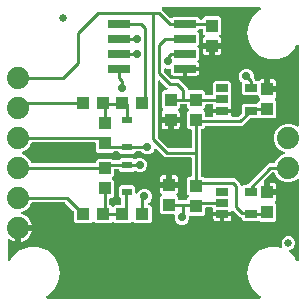
<source format=gtl>
G04 EAGLE Gerber RS-274X export*
G75*
%MOMM*%
%FSLAX34Y34*%
%LPD*%
%INTop Copper*%
%IPPOS*%
%AMOC8*
5,1,8,0,0,1.08239X$1,22.5*%
G01*
%ADD10R,1.100000X1.000000*%
%ADD11R,1.000000X1.100000*%
%ADD12R,0.830000X0.630000*%
%ADD13R,1.900000X0.640000*%
%ADD14C,1.879600*%
%ADD15R,1.000000X0.700000*%
%ADD16C,0.635000*%
%ADD17C,0.736600*%
%ADD18C,0.254000*%

G36*
X216900Y3569D02*
X216900Y3569D01*
X216998Y3572D01*
X217057Y3589D01*
X217119Y3597D01*
X217209Y3632D01*
X217303Y3659D01*
X217357Y3691D01*
X217415Y3714D01*
X217493Y3771D01*
X217578Y3820D01*
X217622Y3864D01*
X217672Y3900D01*
X217734Y3976D01*
X217803Y4044D01*
X217835Y4098D01*
X217875Y4145D01*
X217916Y4234D01*
X217966Y4317D01*
X217984Y4377D01*
X218010Y4433D01*
X218029Y4529D01*
X218056Y4622D01*
X218058Y4685D01*
X218070Y4745D01*
X218064Y4843D01*
X218067Y4940D01*
X218054Y5001D01*
X218050Y5063D01*
X218020Y5155D01*
X217999Y5251D01*
X217971Y5306D01*
X217952Y5365D01*
X217900Y5448D01*
X217856Y5535D01*
X217815Y5582D01*
X217782Y5634D01*
X217711Y5701D01*
X217647Y5774D01*
X217596Y5809D01*
X217550Y5852D01*
X217465Y5899D01*
X217441Y5915D01*
X211410Y10976D01*
X207514Y17725D01*
X206160Y25400D01*
X207514Y33075D01*
X211410Y39824D01*
X217380Y44833D01*
X224703Y47499D01*
X232497Y47499D01*
X234477Y46778D01*
X234586Y46753D01*
X234693Y46720D01*
X234741Y46718D01*
X234788Y46707D01*
X234899Y46710D01*
X235010Y46705D01*
X235057Y46715D01*
X235105Y46716D01*
X235213Y46747D01*
X235322Y46769D01*
X235365Y46790D01*
X235411Y46804D01*
X235507Y46860D01*
X235608Y46909D01*
X235644Y46940D01*
X235686Y46965D01*
X235765Y47043D01*
X235850Y47115D01*
X235877Y47155D01*
X235911Y47188D01*
X235968Y47284D01*
X236033Y47375D01*
X236050Y47420D01*
X236074Y47462D01*
X236106Y47568D01*
X236108Y47575D01*
X236114Y47588D01*
X236115Y47594D01*
X236145Y47673D01*
X236151Y47721D01*
X236164Y47767D01*
X236168Y47868D01*
X236174Y47900D01*
X236173Y47919D01*
X236181Y47989D01*
X236174Y48036D01*
X236176Y48084D01*
X236157Y48168D01*
X236154Y48217D01*
X236144Y48250D01*
X236136Y48304D01*
X236112Y48374D01*
X236108Y48395D01*
X236100Y48411D01*
X236084Y48456D01*
X235584Y49663D01*
X235584Y51937D01*
X236454Y54038D01*
X238062Y55646D01*
X240163Y56516D01*
X242437Y56516D01*
X244538Y55646D01*
X246146Y54038D01*
X247016Y51937D01*
X247016Y49663D01*
X246146Y47562D01*
X244538Y45954D01*
X242417Y45076D01*
X242326Y45024D01*
X242231Y44980D01*
X242188Y44946D01*
X242141Y44918D01*
X242065Y44845D01*
X241984Y44779D01*
X241952Y44735D01*
X241912Y44697D01*
X241857Y44608D01*
X241795Y44523D01*
X241775Y44473D01*
X241746Y44426D01*
X241715Y44326D01*
X241676Y44229D01*
X241668Y44174D01*
X241652Y44122D01*
X241647Y44018D01*
X241633Y43913D01*
X241640Y43859D01*
X241637Y43804D01*
X241658Y43702D01*
X241671Y43598D01*
X241690Y43547D01*
X241702Y43493D01*
X241748Y43399D01*
X241785Y43301D01*
X241817Y43256D01*
X241841Y43207D01*
X241909Y43127D01*
X241970Y43042D01*
X242033Y42982D01*
X242048Y42965D01*
X242060Y42956D01*
X242087Y42931D01*
X245790Y39824D01*
X248075Y35866D01*
X248158Y35757D01*
X248163Y35749D01*
X248166Y35746D01*
X248248Y35632D01*
X248259Y35623D01*
X248267Y35613D01*
X248381Y35522D01*
X248493Y35429D01*
X248506Y35424D01*
X248516Y35415D01*
X248650Y35356D01*
X248781Y35294D01*
X248794Y35291D01*
X248807Y35286D01*
X248951Y35261D01*
X249094Y35234D01*
X249107Y35235D01*
X249120Y35233D01*
X249266Y35245D01*
X249411Y35254D01*
X249424Y35258D01*
X249437Y35259D01*
X249575Y35307D01*
X249713Y35352D01*
X249725Y35359D01*
X249738Y35363D01*
X249859Y35444D01*
X249982Y35522D01*
X249991Y35532D01*
X250003Y35539D01*
X250100Y35647D01*
X250200Y35754D01*
X250207Y35765D01*
X250216Y35775D01*
X250283Y35904D01*
X250354Y36032D01*
X250357Y36045D01*
X250363Y36057D01*
X250397Y36199D01*
X250433Y36340D01*
X250434Y36358D01*
X250436Y36367D01*
X250436Y36384D01*
X250443Y36501D01*
X250443Y103495D01*
X250426Y103633D01*
X250413Y103772D01*
X250406Y103791D01*
X250403Y103811D01*
X250352Y103940D01*
X250305Y104071D01*
X250294Y104088D01*
X250286Y104106D01*
X250205Y104219D01*
X250127Y104334D01*
X250111Y104347D01*
X250100Y104364D01*
X249992Y104452D01*
X249888Y104544D01*
X249870Y104554D01*
X249855Y104566D01*
X249729Y104626D01*
X249605Y104689D01*
X249585Y104693D01*
X249567Y104702D01*
X249431Y104728D01*
X249295Y104759D01*
X249274Y104758D01*
X249255Y104762D01*
X249116Y104753D01*
X248977Y104749D01*
X248957Y104743D01*
X248937Y104742D01*
X248805Y104699D01*
X248671Y104661D01*
X248654Y104650D01*
X248635Y104644D01*
X248517Y104570D01*
X248397Y104499D01*
X248376Y104480D01*
X248366Y104474D01*
X248352Y104459D01*
X248276Y104393D01*
X248063Y104179D01*
X243675Y102361D01*
X238925Y102361D01*
X234537Y104179D01*
X231179Y107537D01*
X230281Y109706D01*
X230266Y109731D01*
X230257Y109759D01*
X230187Y109869D01*
X230123Y109982D01*
X230103Y110003D01*
X230087Y110028D01*
X229992Y110117D01*
X229902Y110210D01*
X229877Y110226D01*
X229855Y110246D01*
X229741Y110309D01*
X229631Y110377D01*
X229602Y110385D01*
X229577Y110400D01*
X229451Y110432D01*
X229327Y110470D01*
X229297Y110472D01*
X229269Y110479D01*
X229108Y110489D01*
X228164Y110489D01*
X228066Y110477D01*
X227967Y110474D01*
X227909Y110457D01*
X227849Y110449D01*
X227757Y110413D01*
X227661Y110385D01*
X227609Y110355D01*
X227553Y110332D01*
X227473Y110274D01*
X227388Y110224D01*
X227312Y110158D01*
X227296Y110146D01*
X227288Y110136D01*
X227267Y110118D01*
X220947Y103797D01*
X220861Y103688D01*
X220773Y103581D01*
X220764Y103562D01*
X220752Y103546D01*
X220696Y103418D01*
X220637Y103293D01*
X220633Y103273D01*
X220625Y103254D01*
X220603Y103116D01*
X220577Y102980D01*
X220579Y102960D01*
X220576Y102940D01*
X220589Y102801D01*
X220597Y102663D01*
X220603Y102644D01*
X220605Y102624D01*
X220653Y102492D01*
X220695Y102361D01*
X220706Y102343D01*
X220713Y102324D01*
X220791Y102209D01*
X220865Y102092D01*
X220880Y102078D01*
X220892Y102061D01*
X220996Y101969D01*
X221021Y101946D01*
X221021Y94820D01*
X221036Y94702D01*
X221043Y94583D01*
X221055Y94545D01*
X221061Y94505D01*
X221104Y94394D01*
X221141Y94281D01*
X221163Y94247D01*
X221178Y94209D01*
X221247Y94113D01*
X221311Y94012D01*
X221341Y93984D01*
X221364Y93952D01*
X221456Y93876D01*
X221543Y93794D01*
X221578Y93775D01*
X221609Y93749D01*
X221717Y93698D01*
X221821Y93641D01*
X221861Y93631D01*
X221897Y93613D01*
X222014Y93591D01*
X222129Y93561D01*
X222189Y93557D01*
X222209Y93554D01*
X222230Y93555D01*
X222290Y93551D01*
X223481Y93551D01*
X223481Y92360D01*
X223496Y92242D01*
X223503Y92123D01*
X223516Y92085D01*
X223521Y92044D01*
X223565Y91934D01*
X223601Y91821D01*
X223623Y91786D01*
X223638Y91749D01*
X223708Y91652D01*
X223771Y91552D01*
X223801Y91524D01*
X223825Y91491D01*
X223916Y91415D01*
X224003Y91334D01*
X224038Y91314D01*
X224070Y91289D01*
X224177Y91238D01*
X224282Y91180D01*
X224321Y91170D01*
X224357Y91153D01*
X224474Y91131D01*
X224590Y91101D01*
X224650Y91097D01*
X224670Y91093D01*
X224690Y91095D01*
X224750Y91091D01*
X231061Y91091D01*
X231061Y87756D01*
X230888Y87109D01*
X230553Y86530D01*
X230011Y85988D01*
X229938Y85893D01*
X229859Y85804D01*
X229840Y85768D01*
X229816Y85736D01*
X229768Y85627D01*
X229714Y85521D01*
X229705Y85482D01*
X229689Y85444D01*
X229671Y85326D01*
X229645Y85211D01*
X229646Y85170D01*
X229639Y85130D01*
X229651Y85012D01*
X229654Y84893D01*
X229666Y84854D01*
X229669Y84814D01*
X229710Y84702D01*
X229743Y84587D01*
X229763Y84552D01*
X229777Y84514D01*
X229844Y84416D01*
X229904Y84313D01*
X229944Y84268D01*
X229955Y84251D01*
X229971Y84238D01*
X230011Y84193D01*
X231061Y83142D01*
X231061Y70038D01*
X229572Y68549D01*
X217468Y68549D01*
X217062Y68954D01*
X216968Y69028D01*
X216879Y69106D01*
X216843Y69124D01*
X216811Y69149D01*
X216702Y69197D01*
X216596Y69251D01*
X216556Y69260D01*
X216519Y69276D01*
X216401Y69294D01*
X216286Y69320D01*
X216245Y69319D01*
X216205Y69325D01*
X216086Y69314D01*
X215968Y69311D01*
X215929Y69299D01*
X215889Y69296D01*
X215776Y69255D01*
X215662Y69222D01*
X215627Y69202D01*
X215589Y69188D01*
X215491Y69121D01*
X215420Y69079D01*
X203288Y69079D01*
X201799Y70568D01*
X201799Y71120D01*
X201784Y71238D01*
X201777Y71357D01*
X201764Y71395D01*
X201759Y71436D01*
X201716Y71546D01*
X201679Y71659D01*
X201657Y71694D01*
X201642Y71731D01*
X201573Y71827D01*
X201509Y71928D01*
X201479Y71956D01*
X201456Y71989D01*
X201364Y72065D01*
X201277Y72146D01*
X201242Y72166D01*
X201211Y72191D01*
X201103Y72242D01*
X200999Y72300D01*
X200959Y72310D01*
X200923Y72327D01*
X200806Y72349D01*
X200691Y72379D01*
X200631Y72383D01*
X200611Y72387D01*
X200590Y72385D01*
X200530Y72389D01*
X200352Y72389D01*
X197748Y74993D01*
X195643Y77098D01*
X195048Y77693D01*
X194938Y77779D01*
X194831Y77867D01*
X194812Y77876D01*
X194796Y77888D01*
X194668Y77944D01*
X194543Y78003D01*
X194523Y78007D01*
X194504Y78015D01*
X194366Y78037D01*
X194230Y78063D01*
X194210Y78061D01*
X194190Y78064D01*
X194051Y78051D01*
X193913Y78043D01*
X193894Y78037D01*
X193874Y78035D01*
X193743Y77988D01*
X193611Y77945D01*
X193593Y77934D01*
X193574Y77927D01*
X193460Y77849D01*
X193342Y77775D01*
X193328Y77760D01*
X193311Y77748D01*
X193219Y77644D01*
X193124Y77543D01*
X193114Y77525D01*
X193101Y77510D01*
X193038Y77386D01*
X192970Y77264D01*
X192965Y77245D01*
X192956Y77227D01*
X192926Y77091D01*
X192891Y76957D01*
X192889Y76929D01*
X192886Y76917D01*
X192887Y76896D01*
X192885Y76869D01*
X185820Y76869D01*
X185702Y76854D01*
X185583Y76847D01*
X185545Y76834D01*
X185505Y76829D01*
X185394Y76786D01*
X185346Y76770D01*
X185328Y76780D01*
X185289Y76790D01*
X185253Y76807D01*
X185136Y76829D01*
X185020Y76859D01*
X184960Y76863D01*
X184940Y76867D01*
X184920Y76865D01*
X184860Y76869D01*
X177799Y76869D01*
X177799Y78954D01*
X177845Y79124D01*
X177859Y79229D01*
X177882Y79332D01*
X177881Y79386D01*
X177888Y79440D01*
X177876Y79545D01*
X177873Y79650D01*
X177858Y79702D01*
X177852Y79755D01*
X177814Y79854D01*
X177784Y79956D01*
X177757Y80002D01*
X177738Y80052D01*
X177676Y80139D01*
X177623Y80229D01*
X177566Y80294D01*
X177554Y80312D01*
X177542Y80322D01*
X177516Y80350D01*
X177430Y80437D01*
X177351Y80498D01*
X177279Y80566D01*
X177226Y80595D01*
X177178Y80632D01*
X177087Y80672D01*
X177000Y80720D01*
X176942Y80735D01*
X176886Y80759D01*
X176788Y80774D01*
X176693Y80799D01*
X176593Y80805D01*
X176572Y80809D01*
X176560Y80807D01*
X176532Y80809D01*
X172005Y80809D01*
X171887Y80794D01*
X171768Y80787D01*
X171730Y80774D01*
X171689Y80769D01*
X171579Y80726D01*
X171466Y80689D01*
X171431Y80667D01*
X171394Y80652D01*
X171298Y80583D01*
X171197Y80519D01*
X171169Y80489D01*
X171136Y80466D01*
X171060Y80374D01*
X170979Y80287D01*
X170959Y80252D01*
X170934Y80221D01*
X170883Y80113D01*
X170825Y80009D01*
X170815Y79969D01*
X170798Y79933D01*
X170776Y79816D01*
X170746Y79701D01*
X170742Y79641D01*
X170738Y79621D01*
X170740Y79600D01*
X170736Y79540D01*
X170736Y75313D01*
X169247Y73824D01*
X158623Y73824D01*
X158505Y73809D01*
X158386Y73802D01*
X158348Y73789D01*
X158307Y73784D01*
X158197Y73741D01*
X158084Y73704D01*
X158049Y73682D01*
X158012Y73667D01*
X157916Y73598D01*
X157815Y73534D01*
X157787Y73504D01*
X157754Y73481D01*
X157678Y73389D01*
X157597Y73302D01*
X157577Y73267D01*
X157552Y73236D01*
X157501Y73128D01*
X157443Y73024D01*
X157433Y72984D01*
X157416Y72948D01*
X157394Y72831D01*
X157364Y72716D01*
X157360Y72656D01*
X157356Y72636D01*
X157358Y72615D01*
X157354Y72555D01*
X157354Y71152D01*
X156406Y68865D01*
X154655Y67114D01*
X152368Y66166D01*
X149892Y66166D01*
X147605Y67114D01*
X145854Y68865D01*
X144906Y71152D01*
X144906Y73825D01*
X144891Y73943D01*
X144884Y74062D01*
X144871Y74100D01*
X144866Y74141D01*
X144823Y74251D01*
X144786Y74364D01*
X144764Y74399D01*
X144749Y74436D01*
X144680Y74532D01*
X144616Y74633D01*
X144586Y74661D01*
X144563Y74694D01*
X144471Y74770D01*
X144384Y74851D01*
X144349Y74871D01*
X144318Y74896D01*
X144210Y74947D01*
X144106Y75005D01*
X144066Y75015D01*
X144030Y75032D01*
X143913Y75054D01*
X143798Y75084D01*
X143738Y75088D01*
X143718Y75092D01*
X143697Y75090D01*
X143637Y75094D01*
X134283Y75094D01*
X132794Y76583D01*
X132794Y89687D01*
X133844Y90738D01*
X133917Y90832D01*
X133996Y90921D01*
X134015Y90957D01*
X134039Y90989D01*
X134087Y91098D01*
X134141Y91204D01*
X134150Y91243D01*
X134166Y91281D01*
X134184Y91398D01*
X134210Y91514D01*
X134209Y91555D01*
X134216Y91595D01*
X134204Y91713D01*
X134201Y91832D01*
X134189Y91871D01*
X134186Y91911D01*
X134145Y92023D01*
X134112Y92138D01*
X134092Y92173D01*
X134078Y92211D01*
X134011Y92309D01*
X133951Y92412D01*
X133911Y92457D01*
X133900Y92474D01*
X133884Y92487D01*
X133844Y92533D01*
X133302Y93075D01*
X132967Y93654D01*
X132794Y94301D01*
X132794Y97636D01*
X139105Y97636D01*
X139223Y97651D01*
X139342Y97658D01*
X139380Y97670D01*
X139420Y97676D01*
X139531Y97719D01*
X139644Y97756D01*
X139678Y97778D01*
X139716Y97793D01*
X139812Y97862D01*
X139913Y97926D01*
X139941Y97956D01*
X139973Y97979D01*
X140049Y98071D01*
X140131Y98158D01*
X140150Y98193D01*
X140176Y98224D01*
X140227Y98332D01*
X140284Y98436D01*
X140294Y98476D01*
X140312Y98512D01*
X140332Y98619D01*
X140336Y98589D01*
X140380Y98479D01*
X140416Y98366D01*
X140438Y98331D01*
X140453Y98294D01*
X140523Y98197D01*
X140586Y98097D01*
X140616Y98069D01*
X140640Y98036D01*
X140731Y97960D01*
X140818Y97879D01*
X140853Y97859D01*
X140885Y97834D01*
X140992Y97783D01*
X141097Y97725D01*
X141136Y97715D01*
X141172Y97698D01*
X141289Y97676D01*
X141405Y97646D01*
X141465Y97642D01*
X141485Y97638D01*
X141505Y97640D01*
X141565Y97636D01*
X147876Y97636D01*
X147876Y94301D01*
X147703Y93654D01*
X147368Y93075D01*
X146826Y92533D01*
X146753Y92438D01*
X146674Y92349D01*
X146655Y92313D01*
X146631Y92281D01*
X146583Y92172D01*
X146529Y92066D01*
X146520Y92027D01*
X146504Y91989D01*
X146486Y91871D01*
X146460Y91756D01*
X146461Y91715D01*
X146454Y91675D01*
X146466Y91557D01*
X146469Y91438D01*
X146481Y91399D01*
X146484Y91359D01*
X146525Y91247D01*
X146558Y91132D01*
X146578Y91097D01*
X146592Y91059D01*
X146659Y90961D01*
X146719Y90858D01*
X146759Y90813D01*
X146770Y90796D01*
X146786Y90783D01*
X146826Y90738D01*
X147876Y89687D01*
X147876Y88215D01*
X147891Y88097D01*
X147898Y87978D01*
X147911Y87940D01*
X147916Y87899D01*
X147959Y87789D01*
X147996Y87676D01*
X148018Y87641D01*
X148033Y87604D01*
X148102Y87508D01*
X148166Y87407D01*
X148196Y87379D01*
X148219Y87346D01*
X148311Y87270D01*
X148398Y87189D01*
X148433Y87169D01*
X148464Y87144D01*
X148572Y87093D01*
X148676Y87035D01*
X148716Y87025D01*
X148752Y87008D01*
X148869Y86986D01*
X148984Y86956D01*
X149044Y86952D01*
X149064Y86948D01*
X149085Y86950D01*
X149145Y86946D01*
X154385Y86946D01*
X154503Y86961D01*
X154622Y86968D01*
X154660Y86981D01*
X154701Y86986D01*
X154811Y87029D01*
X154924Y87066D01*
X154959Y87088D01*
X154996Y87103D01*
X155092Y87172D01*
X155193Y87236D01*
X155221Y87266D01*
X155254Y87289D01*
X155330Y87381D01*
X155411Y87468D01*
X155431Y87503D01*
X155456Y87534D01*
X155507Y87642D01*
X155565Y87746D01*
X155575Y87786D01*
X155592Y87822D01*
X155614Y87939D01*
X155644Y88054D01*
X155648Y88114D01*
X155652Y88134D01*
X155650Y88155D01*
X155654Y88215D01*
X155654Y88417D01*
X156704Y89467D01*
X156777Y89562D01*
X156856Y89651D01*
X156875Y89687D01*
X156899Y89719D01*
X156947Y89828D01*
X157001Y89934D01*
X157010Y89973D01*
X157026Y90011D01*
X157044Y90128D01*
X157070Y90244D01*
X157069Y90285D01*
X157075Y90325D01*
X157064Y90443D01*
X157061Y90562D01*
X157049Y90601D01*
X157046Y90641D01*
X157005Y90754D01*
X156972Y90868D01*
X156952Y90902D01*
X156938Y90941D01*
X156871Y91039D01*
X156811Y91142D01*
X156771Y91187D01*
X156759Y91204D01*
X156744Y91217D01*
X156704Y91262D01*
X155654Y92313D01*
X155654Y105417D01*
X157143Y106906D01*
X158115Y106906D01*
X158233Y106921D01*
X158352Y106928D01*
X158390Y106941D01*
X158431Y106946D01*
X158541Y106989D01*
X158654Y107026D01*
X158689Y107048D01*
X158726Y107063D01*
X158822Y107132D01*
X158923Y107196D01*
X158951Y107226D01*
X158984Y107249D01*
X159060Y107341D01*
X159141Y107428D01*
X159161Y107463D01*
X159186Y107494D01*
X159237Y107602D01*
X159295Y107706D01*
X159305Y107746D01*
X159322Y107782D01*
X159344Y107899D01*
X159374Y108014D01*
X159378Y108074D01*
X159382Y108094D01*
X159380Y108115D01*
X159384Y108175D01*
X159384Y121920D01*
X159369Y122038D01*
X159362Y122157D01*
X159349Y122195D01*
X159344Y122236D01*
X159301Y122346D01*
X159264Y122459D01*
X159242Y122494D01*
X159227Y122531D01*
X159158Y122627D01*
X159094Y122728D01*
X159064Y122756D01*
X159041Y122789D01*
X158949Y122865D01*
X158862Y122946D01*
X158827Y122966D01*
X158796Y122991D01*
X158688Y123042D01*
X158584Y123100D01*
X158544Y123110D01*
X158508Y123127D01*
X158391Y123149D01*
X158276Y123179D01*
X158216Y123183D01*
X158196Y123187D01*
X158175Y123185D01*
X158115Y123189D01*
X136852Y123189D01*
X129796Y130245D01*
X129757Y130275D01*
X129723Y130312D01*
X129632Y130372D01*
X129545Y130440D01*
X129499Y130460D01*
X129458Y130487D01*
X129354Y130523D01*
X129253Y130566D01*
X129204Y130574D01*
X129157Y130590D01*
X129047Y130599D01*
X128939Y130616D01*
X128889Y130611D01*
X128840Y130615D01*
X128731Y130597D01*
X128622Y130586D01*
X128575Y130569D01*
X128526Y130561D01*
X128426Y130516D01*
X128323Y130479D01*
X128282Y130451D01*
X128236Y130430D01*
X128151Y130362D01*
X128060Y130300D01*
X128027Y130263D01*
X127988Y130232D01*
X127922Y130144D01*
X127849Y130062D01*
X127827Y130017D01*
X127797Y129978D01*
X127726Y129833D01*
X127196Y128555D01*
X125445Y126804D01*
X123158Y125856D01*
X120682Y125856D01*
X118395Y126804D01*
X117301Y127897D01*
X117207Y127970D01*
X117118Y128049D01*
X117082Y128067D01*
X117050Y128092D01*
X116940Y128139D01*
X116834Y128194D01*
X116795Y128202D01*
X116758Y128218D01*
X116640Y128237D01*
X116524Y128263D01*
X116484Y128262D01*
X116444Y128268D01*
X116325Y128257D01*
X116206Y128253D01*
X116168Y128242D01*
X116127Y128238D01*
X116019Y128199D01*
X112383Y128199D01*
X112285Y128187D01*
X112186Y128184D01*
X112128Y128167D01*
X112068Y128159D01*
X111976Y128123D01*
X111880Y128095D01*
X111828Y128065D01*
X111772Y128042D01*
X111692Y127984D01*
X111607Y127934D01*
X111531Y127868D01*
X111515Y127856D01*
X111507Y127846D01*
X111486Y127828D01*
X109977Y126319D01*
X99573Y126319D01*
X98064Y127828D01*
X97986Y127888D01*
X97914Y127956D01*
X97861Y127985D01*
X97813Y128022D01*
X97722Y128062D01*
X97635Y128110D01*
X97577Y128125D01*
X97521Y128149D01*
X97423Y128164D01*
X97328Y128189D01*
X97227Y128195D01*
X97207Y128199D01*
X97195Y128197D01*
X97167Y128199D01*
X93533Y128199D01*
X93435Y128187D01*
X93336Y128184D01*
X93278Y128167D01*
X93218Y128159D01*
X93126Y128123D01*
X93030Y128095D01*
X92978Y128065D01*
X92922Y128042D01*
X92842Y127984D01*
X92757Y127934D01*
X92681Y127868D01*
X92665Y127856D01*
X92657Y127846D01*
X92636Y127828D01*
X91777Y126969D01*
X79673Y126969D01*
X78184Y128458D01*
X78184Y134620D01*
X78169Y134738D01*
X78162Y134857D01*
X78149Y134895D01*
X78144Y134936D01*
X78101Y135046D01*
X78064Y135159D01*
X78042Y135194D01*
X78027Y135231D01*
X77958Y135327D01*
X77894Y135428D01*
X77864Y135456D01*
X77841Y135489D01*
X77749Y135565D01*
X77662Y135646D01*
X77627Y135666D01*
X77596Y135691D01*
X77488Y135742D01*
X77384Y135800D01*
X77344Y135810D01*
X77308Y135827D01*
X77191Y135849D01*
X77076Y135879D01*
X77016Y135883D01*
X76996Y135887D01*
X76975Y135885D01*
X76915Y135889D01*
X24892Y135889D01*
X24863Y135886D01*
X24833Y135888D01*
X24705Y135866D01*
X24576Y135849D01*
X24549Y135839D01*
X24520Y135834D01*
X24401Y135780D01*
X24281Y135732D01*
X24257Y135715D01*
X24230Y135703D01*
X24129Y135622D01*
X24023Y135546D01*
X24005Y135523D01*
X23982Y135504D01*
X23903Y135401D01*
X23821Y135301D01*
X23808Y135274D01*
X23790Y135250D01*
X23719Y135106D01*
X22821Y132937D01*
X19463Y129579D01*
X16068Y128173D01*
X15947Y128104D01*
X15824Y128039D01*
X15809Y128025D01*
X15792Y128015D01*
X15692Y127918D01*
X15589Y127825D01*
X15578Y127808D01*
X15563Y127794D01*
X15490Y127675D01*
X15414Y127559D01*
X15408Y127540D01*
X15397Y127523D01*
X15356Y127390D01*
X15311Y127258D01*
X15309Y127238D01*
X15303Y127219D01*
X15297Y127080D01*
X15286Y126941D01*
X15289Y126921D01*
X15288Y126901D01*
X15316Y126765D01*
X15340Y126628D01*
X15348Y126609D01*
X15353Y126590D01*
X15414Y126464D01*
X15471Y126338D01*
X15483Y126322D01*
X15492Y126304D01*
X15583Y126198D01*
X15669Y126090D01*
X15685Y126077D01*
X15699Y126062D01*
X15812Y125982D01*
X15923Y125898D01*
X15949Y125886D01*
X15959Y125879D01*
X15978Y125872D01*
X16068Y125827D01*
X19463Y124421D01*
X22821Y121063D01*
X23719Y118894D01*
X23734Y118869D01*
X23743Y118841D01*
X23813Y118731D01*
X23877Y118618D01*
X23897Y118597D01*
X23913Y118572D01*
X24008Y118483D01*
X24098Y118390D01*
X24123Y118374D01*
X24145Y118354D01*
X24259Y118291D01*
X24369Y118223D01*
X24398Y118215D01*
X24423Y118200D01*
X24549Y118168D01*
X24673Y118130D01*
X24703Y118128D01*
X24731Y118121D01*
X24892Y118111D01*
X76915Y118111D01*
X77033Y118126D01*
X77152Y118133D01*
X77190Y118146D01*
X77231Y118151D01*
X77341Y118194D01*
X77454Y118231D01*
X77489Y118253D01*
X77526Y118268D01*
X77622Y118337D01*
X77723Y118401D01*
X77751Y118431D01*
X77784Y118454D01*
X77860Y118546D01*
X77941Y118633D01*
X77961Y118668D01*
X77986Y118699D01*
X78037Y118807D01*
X78095Y118911D01*
X78105Y118951D01*
X78122Y118987D01*
X78144Y119104D01*
X78174Y119219D01*
X78178Y119279D01*
X78182Y119299D01*
X78180Y119320D01*
X78184Y119380D01*
X78184Y120462D01*
X79673Y121951D01*
X91777Y121951D01*
X92636Y121093D01*
X92714Y121032D01*
X92786Y120964D01*
X92839Y120935D01*
X92887Y120898D01*
X92978Y120858D01*
X93065Y120810D01*
X93123Y120795D01*
X93179Y120771D01*
X93277Y120756D01*
X93372Y120731D01*
X93472Y120725D01*
X93493Y120721D01*
X93505Y120723D01*
X93533Y120721D01*
X97167Y120721D01*
X97265Y120733D01*
X97364Y120736D01*
X97422Y120753D01*
X97482Y120761D01*
X97574Y120797D01*
X97670Y120825D01*
X97722Y120855D01*
X97778Y120878D01*
X97858Y120936D01*
X97944Y120986D01*
X98019Y121052D01*
X98035Y121064D01*
X98043Y121074D01*
X98064Y121092D01*
X99573Y122601D01*
X109977Y122601D01*
X110356Y122222D01*
X110450Y122149D01*
X110539Y122070D01*
X110575Y122052D01*
X110607Y122027D01*
X110716Y121980D01*
X110823Y121926D01*
X110862Y121917D01*
X110899Y121901D01*
X111017Y121882D01*
X111133Y121856D01*
X111173Y121858D01*
X111213Y121851D01*
X111332Y121862D01*
X111451Y121866D01*
X111489Y121877D01*
X111530Y121881D01*
X111642Y121921D01*
X111756Y121955D01*
X111791Y121975D01*
X111829Y121989D01*
X111927Y122056D01*
X111996Y122096D01*
X114332Y123064D01*
X116808Y123064D01*
X119095Y122116D01*
X120846Y120365D01*
X121794Y118078D01*
X121794Y115602D01*
X120846Y113315D01*
X119095Y111564D01*
X116808Y110616D01*
X114332Y110616D01*
X112022Y111573D01*
X111987Y111601D01*
X111897Y111679D01*
X111861Y111698D01*
X111830Y111722D01*
X111720Y111770D01*
X111614Y111824D01*
X111575Y111833D01*
X111538Y111849D01*
X111420Y111868D01*
X111304Y111894D01*
X111263Y111892D01*
X111224Y111899D01*
X111105Y111888D01*
X110986Y111884D01*
X110947Y111873D01*
X110907Y111869D01*
X110795Y111829D01*
X110680Y111796D01*
X110646Y111775D01*
X110608Y111761D01*
X110509Y111695D01*
X110407Y111634D01*
X110361Y111594D01*
X110345Y111583D01*
X110331Y111568D01*
X110286Y111528D01*
X109977Y111219D01*
X99573Y111219D01*
X98064Y112728D01*
X97986Y112788D01*
X97914Y112856D01*
X97861Y112885D01*
X97813Y112922D01*
X97722Y112962D01*
X97635Y113010D01*
X97577Y113025D01*
X97521Y113049D01*
X97423Y113064D01*
X97328Y113089D01*
X97228Y113095D01*
X97207Y113099D01*
X97195Y113097D01*
X97167Y113099D01*
X94535Y113099D01*
X94417Y113084D01*
X94298Y113077D01*
X94260Y113064D01*
X94219Y113059D01*
X94109Y113016D01*
X93996Y112979D01*
X93961Y112957D01*
X93924Y112942D01*
X93828Y112873D01*
X93727Y112809D01*
X93699Y112779D01*
X93666Y112756D01*
X93590Y112664D01*
X93509Y112577D01*
X93489Y112542D01*
X93464Y112511D01*
X93413Y112403D01*
X93355Y112299D01*
X93345Y112259D01*
X93328Y112223D01*
X93306Y112106D01*
X93276Y111991D01*
X93272Y111931D01*
X93268Y111911D01*
X93270Y111890D01*
X93266Y111830D01*
X93266Y107358D01*
X92216Y106307D01*
X92143Y106213D01*
X92064Y106124D01*
X92046Y106088D01*
X92021Y106056D01*
X91973Y105947D01*
X91919Y105841D01*
X91910Y105802D01*
X91894Y105764D01*
X91876Y105647D01*
X91850Y105531D01*
X91851Y105490D01*
X91845Y105450D01*
X91856Y105332D01*
X91859Y105213D01*
X91871Y105174D01*
X91874Y105134D01*
X91915Y105022D01*
X91948Y104907D01*
X91968Y104872D01*
X91982Y104834D01*
X92049Y104736D01*
X92109Y104633D01*
X92149Y104588D01*
X92161Y104571D01*
X92176Y104558D01*
X92216Y104512D01*
X93266Y103462D01*
X93266Y90358D01*
X91777Y88869D01*
X90805Y88869D01*
X90687Y88854D01*
X90568Y88847D01*
X90530Y88834D01*
X90489Y88829D01*
X90379Y88786D01*
X90266Y88749D01*
X90231Y88727D01*
X90194Y88712D01*
X90098Y88643D01*
X89997Y88579D01*
X89969Y88549D01*
X89936Y88526D01*
X89860Y88434D01*
X89779Y88347D01*
X89759Y88312D01*
X89734Y88281D01*
X89683Y88173D01*
X89625Y88069D01*
X89615Y88029D01*
X89598Y87993D01*
X89576Y87876D01*
X89546Y87761D01*
X89542Y87701D01*
X89538Y87681D01*
X89540Y87660D01*
X89536Y87600D01*
X89536Y83740D01*
X89551Y83622D01*
X89558Y83503D01*
X89571Y83465D01*
X89576Y83424D01*
X89619Y83314D01*
X89656Y83201D01*
X89678Y83166D01*
X89693Y83129D01*
X89762Y83033D01*
X89826Y82932D01*
X89856Y82904D01*
X89879Y82871D01*
X89971Y82795D01*
X90058Y82714D01*
X90093Y82694D01*
X90124Y82669D01*
X90232Y82618D01*
X90336Y82560D01*
X90376Y82550D01*
X90412Y82533D01*
X90529Y82511D01*
X90644Y82481D01*
X90704Y82477D01*
X90724Y82473D01*
X90745Y82475D01*
X90805Y82471D01*
X91252Y82471D01*
X91812Y81911D01*
X91906Y81838D01*
X91996Y81759D01*
X92032Y81741D01*
X92064Y81716D01*
X92173Y81668D01*
X92279Y81614D01*
X92318Y81605D01*
X92356Y81589D01*
X92473Y81571D01*
X92589Y81545D01*
X92630Y81546D01*
X92670Y81540D01*
X92788Y81551D01*
X92907Y81554D01*
X92946Y81566D01*
X92986Y81569D01*
X93099Y81610D01*
X93213Y81643D01*
X93247Y81663D01*
X93286Y81677D01*
X93384Y81744D01*
X93487Y81804D01*
X93532Y81844D01*
X93549Y81856D01*
X93562Y81871D01*
X93607Y81911D01*
X94168Y82471D01*
X98425Y82471D01*
X98543Y82486D01*
X98662Y82493D01*
X98700Y82506D01*
X98741Y82511D01*
X98851Y82554D01*
X98964Y82591D01*
X98999Y82613D01*
X99036Y82628D01*
X99132Y82697D01*
X99233Y82761D01*
X99261Y82791D01*
X99294Y82814D01*
X99370Y82906D01*
X99451Y82993D01*
X99471Y83028D01*
X99496Y83059D01*
X99547Y83167D01*
X99605Y83271D01*
X99615Y83311D01*
X99632Y83347D01*
X99654Y83464D01*
X99684Y83579D01*
X99688Y83639D01*
X99692Y83659D01*
X99690Y83680D01*
X99694Y83740D01*
X99694Y87572D01*
X99682Y87670D01*
X99679Y87769D01*
X99662Y87827D01*
X99654Y87887D01*
X99618Y87979D01*
X99590Y88075D01*
X99560Y88127D01*
X99537Y88183D01*
X99479Y88263D01*
X99429Y88348D01*
X99363Y88424D01*
X99351Y88440D01*
X99341Y88448D01*
X99323Y88469D01*
X98084Y89708D01*
X98084Y98112D01*
X99573Y99601D01*
X109977Y99601D01*
X111466Y98112D01*
X111466Y93708D01*
X111474Y93638D01*
X111473Y93568D01*
X111494Y93481D01*
X111506Y93392D01*
X111531Y93327D01*
X111548Y93259D01*
X111590Y93180D01*
X111623Y93096D01*
X111664Y93040D01*
X111696Y92978D01*
X111757Y92912D01*
X111809Y92839D01*
X111863Y92794D01*
X111910Y92743D01*
X111985Y92693D01*
X112054Y92636D01*
X112118Y92606D01*
X112176Y92568D01*
X112261Y92539D01*
X112342Y92501D01*
X112411Y92488D01*
X112477Y92465D01*
X112566Y92458D01*
X112654Y92441D01*
X112724Y92445D01*
X112794Y92440D01*
X112882Y92455D01*
X112972Y92461D01*
X113038Y92482D01*
X113107Y92494D01*
X113189Y92531D01*
X113274Y92559D01*
X113333Y92596D01*
X113397Y92625D01*
X113467Y92681D01*
X113543Y92729D01*
X113591Y92780D01*
X113645Y92823D01*
X113699Y92895D01*
X113761Y92960D01*
X113795Y93022D01*
X113837Y93077D01*
X113908Y93222D01*
X114104Y93695D01*
X115855Y95446D01*
X118142Y96394D01*
X120618Y96394D01*
X122905Y95446D01*
X124656Y93695D01*
X125604Y91408D01*
X125604Y88932D01*
X124656Y86645D01*
X122889Y84878D01*
X122825Y84852D01*
X122753Y84800D01*
X122675Y84755D01*
X122625Y84707D01*
X122568Y84666D01*
X122511Y84596D01*
X122446Y84534D01*
X122410Y84474D01*
X122365Y84421D01*
X122327Y84339D01*
X122280Y84263D01*
X122259Y84196D01*
X122230Y84133D01*
X122213Y84045D01*
X122186Y83959D01*
X122183Y83889D01*
X122170Y83820D01*
X122175Y83731D01*
X122171Y83641D01*
X122185Y83573D01*
X122190Y83503D01*
X122217Y83418D01*
X122235Y83330D01*
X122266Y83267D01*
X122288Y83201D01*
X122336Y83125D01*
X122375Y83044D01*
X122420Y82991D01*
X122458Y82932D01*
X122523Y82870D01*
X122581Y82802D01*
X122639Y82762D01*
X122689Y82714D01*
X122768Y82671D01*
X122841Y82619D01*
X122907Y82594D01*
X122968Y82560D01*
X123055Y82538D01*
X123139Y82506D01*
X123208Y82498D01*
X123276Y82481D01*
X123437Y82471D01*
X124272Y82471D01*
X125761Y80982D01*
X125761Y68878D01*
X124272Y67389D01*
X111168Y67389D01*
X110117Y68439D01*
X110023Y68512D01*
X109934Y68591D01*
X109898Y68609D01*
X109866Y68634D01*
X109757Y68682D01*
X109651Y68736D01*
X109612Y68745D01*
X109574Y68761D01*
X109457Y68779D01*
X109341Y68805D01*
X109300Y68804D01*
X109260Y68810D01*
X109142Y68799D01*
X109023Y68796D01*
X108984Y68784D01*
X108944Y68781D01*
X108832Y68740D01*
X108717Y68707D01*
X108682Y68687D01*
X108644Y68673D01*
X108546Y68606D01*
X108443Y68546D01*
X108398Y68506D01*
X108381Y68494D01*
X108368Y68479D01*
X108322Y68439D01*
X107272Y67389D01*
X94168Y67389D01*
X93607Y67949D01*
X93518Y68019D01*
X93490Y68045D01*
X93484Y68049D01*
X93424Y68101D01*
X93388Y68119D01*
X93356Y68144D01*
X93247Y68192D01*
X93141Y68246D01*
X93102Y68255D01*
X93064Y68271D01*
X92947Y68289D01*
X92831Y68315D01*
X92790Y68314D01*
X92750Y68320D01*
X92632Y68309D01*
X92513Y68306D01*
X92474Y68294D01*
X92434Y68291D01*
X92322Y68250D01*
X92207Y68217D01*
X92172Y68197D01*
X92134Y68183D01*
X92036Y68116D01*
X91933Y68056D01*
X91888Y68016D01*
X91871Y68004D01*
X91858Y67989D01*
X91812Y67949D01*
X91252Y67389D01*
X78148Y67389D01*
X77097Y68439D01*
X77003Y68512D01*
X76914Y68591D01*
X76878Y68609D01*
X76846Y68634D01*
X76737Y68682D01*
X76631Y68736D01*
X76592Y68745D01*
X76554Y68761D01*
X76437Y68779D01*
X76321Y68805D01*
X76280Y68804D01*
X76240Y68810D01*
X76122Y68799D01*
X76003Y68796D01*
X75964Y68784D01*
X75924Y68781D01*
X75812Y68740D01*
X75697Y68707D01*
X75662Y68687D01*
X75624Y68673D01*
X75526Y68606D01*
X75423Y68546D01*
X75378Y68506D01*
X75361Y68494D01*
X75348Y68479D01*
X75302Y68439D01*
X74252Y67389D01*
X61148Y67389D01*
X59659Y68878D01*
X59659Y77056D01*
X59647Y77154D01*
X59644Y77253D01*
X59627Y77311D01*
X59619Y77371D01*
X59583Y77463D01*
X59555Y77559D01*
X59525Y77611D01*
X59502Y77667D01*
X59444Y77747D01*
X59394Y77832D01*
X59328Y77908D01*
X59316Y77924D01*
X59306Y77932D01*
X59288Y77953D01*
X52523Y84718D01*
X52445Y84778D01*
X52373Y84846D01*
X52320Y84875D01*
X52272Y84912D01*
X52181Y84952D01*
X52094Y85000D01*
X52036Y85015D01*
X51980Y85039D01*
X51882Y85054D01*
X51786Y85079D01*
X51686Y85085D01*
X51666Y85089D01*
X51654Y85087D01*
X51626Y85089D01*
X24892Y85089D01*
X24863Y85086D01*
X24833Y85088D01*
X24705Y85066D01*
X24576Y85049D01*
X24549Y85039D01*
X24520Y85034D01*
X24401Y84980D01*
X24281Y84932D01*
X24257Y84915D01*
X24230Y84903D01*
X24129Y84822D01*
X24023Y84746D01*
X24005Y84723D01*
X23982Y84704D01*
X23903Y84601D01*
X23821Y84501D01*
X23808Y84474D01*
X23790Y84450D01*
X23719Y84306D01*
X22821Y82137D01*
X19463Y78779D01*
X15981Y77337D01*
X15955Y77322D01*
X15926Y77313D01*
X15817Y77243D01*
X15704Y77179D01*
X15683Y77158D01*
X15658Y77142D01*
X15569Y77048D01*
X15476Y76958D01*
X15460Y76932D01*
X15440Y76910D01*
X15378Y76797D01*
X15310Y76687D01*
X15301Y76658D01*
X15287Y76632D01*
X15254Y76506D01*
X15216Y76383D01*
X15215Y76353D01*
X15207Y76324D01*
X15207Y76194D01*
X15201Y76065D01*
X15207Y76036D01*
X15207Y76006D01*
X15239Y75880D01*
X15265Y75754D01*
X15279Y75727D01*
X15286Y75698D01*
X15348Y75584D01*
X15405Y75468D01*
X15424Y75445D01*
X15439Y75419D01*
X15527Y75325D01*
X15611Y75226D01*
X15636Y75209D01*
X15656Y75187D01*
X15765Y75117D01*
X15871Y75043D01*
X15899Y75032D01*
X15925Y75016D01*
X16074Y74957D01*
X17283Y74564D01*
X18957Y73711D01*
X20478Y72606D01*
X21806Y71278D01*
X22911Y69757D01*
X23764Y68083D01*
X24345Y66296D01*
X24385Y66039D01*
X13970Y66039D01*
X13852Y66024D01*
X13733Y66017D01*
X13695Y66004D01*
X13655Y65999D01*
X13544Y65956D01*
X13431Y65919D01*
X13397Y65897D01*
X13359Y65882D01*
X13263Y65812D01*
X13162Y65749D01*
X13134Y65719D01*
X13102Y65695D01*
X13026Y65604D01*
X12944Y65517D01*
X12925Y65482D01*
X12899Y65451D01*
X12848Y65343D01*
X12791Y65239D01*
X12780Y65199D01*
X12763Y65163D01*
X12741Y65046D01*
X12711Y64931D01*
X12707Y64870D01*
X12703Y64850D01*
X12705Y64830D01*
X12701Y64770D01*
X12701Y63499D01*
X11430Y63499D01*
X11312Y63484D01*
X11193Y63477D01*
X11155Y63464D01*
X11114Y63459D01*
X11004Y63415D01*
X10891Y63379D01*
X10856Y63357D01*
X10819Y63342D01*
X10723Y63272D01*
X10622Y63209D01*
X10594Y63179D01*
X10561Y63155D01*
X10486Y63064D01*
X10404Y62977D01*
X10384Y62942D01*
X10359Y62910D01*
X10308Y62803D01*
X10250Y62698D01*
X10240Y62659D01*
X10223Y62623D01*
X10201Y62506D01*
X10171Y62391D01*
X10167Y62330D01*
X10163Y62310D01*
X10165Y62290D01*
X10161Y62230D01*
X10161Y51815D01*
X9904Y51855D01*
X8117Y52436D01*
X6443Y53289D01*
X5572Y53922D01*
X5537Y53941D01*
X5507Y53966D01*
X5398Y54017D01*
X5293Y54075D01*
X5255Y54085D01*
X5219Y54102D01*
X5102Y54124D01*
X4985Y54154D01*
X4945Y54154D01*
X4906Y54162D01*
X4787Y54154D01*
X4667Y54154D01*
X4629Y54144D01*
X4589Y54142D01*
X4475Y54105D01*
X4359Y54075D01*
X4324Y54056D01*
X4287Y54044D01*
X4185Y53980D01*
X4081Y53922D01*
X4052Y53895D01*
X4018Y53874D01*
X3936Y53786D01*
X3849Y53705D01*
X3827Y53671D01*
X3800Y53642D01*
X3742Y53537D01*
X3678Y53436D01*
X3666Y53398D01*
X3646Y53363D01*
X3617Y53248D01*
X3579Y53134D01*
X3577Y53094D01*
X3567Y53056D01*
X3557Y52895D01*
X3557Y36501D01*
X3575Y36356D01*
X3590Y36211D01*
X3595Y36199D01*
X3597Y36185D01*
X3650Y36050D01*
X3701Y35913D01*
X3709Y35902D01*
X3714Y35889D01*
X3799Y35772D01*
X3882Y35652D01*
X3892Y35643D01*
X3900Y35632D01*
X4013Y35539D01*
X4123Y35444D01*
X4135Y35438D01*
X4145Y35429D01*
X4277Y35368D01*
X4408Y35302D01*
X4421Y35300D01*
X4433Y35294D01*
X4575Y35267D01*
X4719Y35236D01*
X4732Y35237D01*
X4745Y35234D01*
X4890Y35243D01*
X5036Y35249D01*
X5049Y35253D01*
X5063Y35254D01*
X5201Y35299D01*
X5341Y35341D01*
X5353Y35348D01*
X5365Y35352D01*
X5489Y35430D01*
X5613Y35505D01*
X5623Y35515D01*
X5634Y35522D01*
X5734Y35628D01*
X5836Y35732D01*
X5846Y35747D01*
X5852Y35754D01*
X5860Y35768D01*
X5925Y35866D01*
X8210Y39824D01*
X14180Y44833D01*
X21503Y47499D01*
X29297Y47499D01*
X36620Y44833D01*
X42590Y39824D01*
X46486Y33075D01*
X47840Y25400D01*
X46486Y17725D01*
X42590Y10976D01*
X36587Y5939D01*
X36585Y5938D01*
X36535Y5902D01*
X36480Y5873D01*
X36407Y5809D01*
X36328Y5752D01*
X36289Y5704D01*
X36242Y5662D01*
X36187Y5582D01*
X36125Y5507D01*
X36099Y5450D01*
X36064Y5399D01*
X36031Y5307D01*
X35990Y5219D01*
X35978Y5158D01*
X35957Y5099D01*
X35948Y5002D01*
X35930Y4906D01*
X35934Y4844D01*
X35928Y4783D01*
X35944Y4686D01*
X35950Y4589D01*
X35969Y4530D01*
X35979Y4469D01*
X36018Y4379D01*
X36048Y4287D01*
X36081Y4234D01*
X36106Y4177D01*
X36166Y4100D01*
X36218Y4018D01*
X36263Y3975D01*
X36301Y3926D01*
X36378Y3867D01*
X36450Y3800D01*
X36504Y3770D01*
X36553Y3732D01*
X36643Y3693D01*
X36728Y3646D01*
X36788Y3631D01*
X36845Y3606D01*
X36942Y3591D01*
X37036Y3567D01*
X37140Y3560D01*
X37159Y3557D01*
X37171Y3558D01*
X37197Y3557D01*
X216803Y3557D01*
X216900Y3569D01*
G37*
G36*
X201988Y99340D02*
X201988Y99340D01*
X202127Y99344D01*
X202147Y99350D01*
X202167Y99351D01*
X202299Y99394D01*
X202433Y99433D01*
X202450Y99443D01*
X202469Y99449D01*
X202587Y99524D01*
X202707Y99594D01*
X202728Y99613D01*
X202738Y99619D01*
X202752Y99634D01*
X202827Y99701D01*
X203288Y100161D01*
X206006Y100161D01*
X206104Y100173D01*
X206203Y100176D01*
X206261Y100193D01*
X206321Y100201D01*
X206413Y100237D01*
X206509Y100265D01*
X206561Y100295D01*
X206617Y100318D01*
X206697Y100376D01*
X206782Y100426D01*
X206858Y100492D01*
X206874Y100504D01*
X206882Y100514D01*
X206903Y100532D01*
X224482Y118111D01*
X229108Y118111D01*
X229137Y118114D01*
X229167Y118112D01*
X229295Y118134D01*
X229424Y118151D01*
X229451Y118161D01*
X229480Y118166D01*
X229599Y118220D01*
X229719Y118268D01*
X229743Y118285D01*
X229770Y118297D01*
X229871Y118378D01*
X229977Y118454D01*
X229995Y118477D01*
X230018Y118496D01*
X230097Y118599D01*
X230179Y118699D01*
X230192Y118726D01*
X230210Y118750D01*
X230281Y118894D01*
X231179Y121063D01*
X234537Y124421D01*
X237932Y125827D01*
X238053Y125896D01*
X238176Y125961D01*
X238191Y125975D01*
X238208Y125985D01*
X238308Y126082D01*
X238411Y126175D01*
X238422Y126192D01*
X238437Y126206D01*
X238510Y126325D01*
X238586Y126441D01*
X238592Y126460D01*
X238603Y126477D01*
X238644Y126610D01*
X238689Y126742D01*
X238691Y126762D01*
X238697Y126781D01*
X238703Y126920D01*
X238714Y127059D01*
X238711Y127079D01*
X238712Y127099D01*
X238684Y127235D01*
X238660Y127372D01*
X238652Y127391D01*
X238647Y127410D01*
X238586Y127536D01*
X238529Y127662D01*
X238517Y127678D01*
X238508Y127696D01*
X238417Y127802D01*
X238331Y127910D01*
X238315Y127923D01*
X238301Y127938D01*
X238188Y128018D01*
X238077Y128102D01*
X238051Y128114D01*
X238041Y128121D01*
X238022Y128128D01*
X237932Y128173D01*
X234537Y129579D01*
X231179Y132937D01*
X229361Y137325D01*
X229361Y142075D01*
X231179Y146463D01*
X234537Y149821D01*
X238925Y151639D01*
X243675Y151639D01*
X248063Y149821D01*
X248276Y149607D01*
X248386Y149522D01*
X248493Y149434D01*
X248512Y149425D01*
X248528Y149412D01*
X248655Y149357D01*
X248781Y149298D01*
X248801Y149294D01*
X248820Y149286D01*
X248957Y149264D01*
X249094Y149238D01*
X249114Y149239D01*
X249134Y149236D01*
X249273Y149249D01*
X249411Y149258D01*
X249430Y149264D01*
X249450Y149266D01*
X249582Y149313D01*
X249713Y149356D01*
X249730Y149367D01*
X249750Y149374D01*
X249865Y149452D01*
X249982Y149526D01*
X249996Y149541D01*
X250013Y149552D01*
X250105Y149656D01*
X250200Y149758D01*
X250210Y149775D01*
X250223Y149791D01*
X250287Y149915D01*
X250354Y150036D01*
X250359Y150056D01*
X250368Y150074D01*
X250398Y150210D01*
X250433Y150344D01*
X250435Y150372D01*
X250438Y150384D01*
X250437Y150405D01*
X250443Y150505D01*
X250443Y217499D01*
X250425Y217644D01*
X250410Y217789D01*
X250405Y217801D01*
X250403Y217815D01*
X250350Y217950D01*
X250299Y218087D01*
X250291Y218098D01*
X250286Y218111D01*
X250201Y218228D01*
X250118Y218348D01*
X250108Y218357D01*
X250100Y218368D01*
X249987Y218461D01*
X249877Y218556D01*
X249865Y218562D01*
X249855Y218571D01*
X249723Y218632D01*
X249592Y218698D01*
X249579Y218700D01*
X249567Y218706D01*
X249425Y218733D01*
X249281Y218764D01*
X249268Y218763D01*
X249255Y218766D01*
X249110Y218757D01*
X248964Y218751D01*
X248951Y218747D01*
X248937Y218746D01*
X248799Y218701D01*
X248659Y218659D01*
X248647Y218652D01*
X248635Y218648D01*
X248511Y218570D01*
X248387Y218495D01*
X248377Y218485D01*
X248366Y218478D01*
X248266Y218372D01*
X248164Y218268D01*
X248154Y218253D01*
X248148Y218246D01*
X248140Y218232D01*
X248075Y218134D01*
X245790Y214176D01*
X239820Y209167D01*
X232497Y206501D01*
X224703Y206501D01*
X217380Y209167D01*
X211410Y214176D01*
X207514Y220925D01*
X206160Y228600D01*
X207514Y236275D01*
X211410Y243024D01*
X217413Y248061D01*
X217415Y248062D01*
X217465Y248098D01*
X217520Y248126D01*
X217593Y248191D01*
X217672Y248248D01*
X217711Y248296D01*
X217758Y248337D01*
X217813Y248418D01*
X217875Y248493D01*
X217901Y248549D01*
X217936Y248601D01*
X217969Y248693D01*
X218010Y248781D01*
X218022Y248842D01*
X218043Y248900D01*
X218052Y248998D01*
X218070Y249094D01*
X218066Y249155D01*
X218072Y249217D01*
X218056Y249314D01*
X218050Y249411D01*
X218031Y249470D01*
X218021Y249531D01*
X217982Y249621D01*
X217952Y249713D01*
X217919Y249766D01*
X217894Y249823D01*
X217834Y249900D01*
X217782Y249982D01*
X217737Y250025D01*
X217699Y250074D01*
X217622Y250133D01*
X217550Y250200D01*
X217496Y250230D01*
X217447Y250268D01*
X217357Y250307D01*
X217272Y250354D01*
X217212Y250369D01*
X217155Y250394D01*
X217058Y250409D01*
X216964Y250433D01*
X216860Y250440D01*
X216841Y250443D01*
X216829Y250442D01*
X216803Y250443D01*
X135200Y250443D01*
X135063Y250426D01*
X134924Y250413D01*
X134905Y250406D01*
X134885Y250403D01*
X134756Y250352D01*
X134625Y250305D01*
X134608Y250294D01*
X134589Y250286D01*
X134476Y250205D01*
X134361Y250127D01*
X134348Y250111D01*
X134332Y250100D01*
X134243Y249992D01*
X134151Y249888D01*
X134142Y249870D01*
X134129Y249855D01*
X134070Y249729D01*
X134006Y249605D01*
X134002Y249585D01*
X133993Y249567D01*
X133967Y249430D01*
X133937Y249295D01*
X133937Y249274D01*
X133933Y249255D01*
X133942Y249116D01*
X133946Y248977D01*
X133952Y248957D01*
X133953Y248937D01*
X133996Y248805D01*
X134035Y248671D01*
X134045Y248654D01*
X134051Y248635D01*
X134126Y248517D01*
X134196Y248397D01*
X134215Y248376D01*
X134221Y248366D01*
X134236Y248352D01*
X134303Y248277D01*
X136262Y246317D01*
X141031Y241549D01*
X141125Y241476D01*
X141214Y241397D01*
X141250Y241379D01*
X141282Y241354D01*
X141391Y241306D01*
X141497Y241252D01*
X141536Y241243D01*
X141574Y241227D01*
X141691Y241209D01*
X141807Y241183D01*
X141848Y241184D01*
X141888Y241178D01*
X142006Y241189D01*
X142125Y241192D01*
X142164Y241204D01*
X142204Y241207D01*
X142316Y241248D01*
X142431Y241281D01*
X142466Y241301D01*
X142504Y241315D01*
X142602Y241382D01*
X142705Y241442D01*
X142750Y241482D01*
X142767Y241494D01*
X142780Y241509D01*
X142826Y241549D01*
X143238Y241961D01*
X164342Y241961D01*
X165977Y240327D01*
X165988Y240299D01*
X166057Y240203D01*
X166121Y240102D01*
X166151Y240074D01*
X166174Y240041D01*
X166266Y239965D01*
X166353Y239884D01*
X166388Y239864D01*
X166419Y239839D01*
X166527Y239788D01*
X166631Y239730D01*
X166671Y239720D01*
X166707Y239703D01*
X166824Y239681D01*
X166939Y239651D01*
X166999Y239647D01*
X167019Y239643D01*
X167040Y239645D01*
X167100Y239641D01*
X167720Y239641D01*
X167838Y239656D01*
X167957Y239663D01*
X167995Y239676D01*
X168036Y239681D01*
X168146Y239724D01*
X168259Y239761D01*
X168294Y239783D01*
X168331Y239798D01*
X168427Y239867D01*
X168528Y239931D01*
X168556Y239961D01*
X168589Y239984D01*
X168665Y240076D01*
X168746Y240163D01*
X168766Y240198D01*
X168791Y240229D01*
X168842Y240337D01*
X168900Y240441D01*
X168910Y240481D01*
X168927Y240517D01*
X168949Y240634D01*
X168979Y240749D01*
X168983Y240809D01*
X168987Y240829D01*
X168985Y240850D01*
X168989Y240910D01*
X168989Y241112D01*
X170478Y242601D01*
X182582Y242601D01*
X184071Y241112D01*
X184071Y228008D01*
X183021Y226957D01*
X182948Y226863D01*
X182869Y226774D01*
X182850Y226738D01*
X182826Y226706D01*
X182778Y226597D01*
X182724Y226491D01*
X182715Y226452D01*
X182699Y226414D01*
X182681Y226297D01*
X182655Y226181D01*
X182656Y226140D01*
X182649Y226100D01*
X182661Y225982D01*
X182664Y225863D01*
X182676Y225824D01*
X182679Y225784D01*
X182720Y225672D01*
X182753Y225557D01*
X182773Y225522D01*
X182787Y225484D01*
X182854Y225386D01*
X182914Y225283D01*
X182954Y225238D01*
X182965Y225221D01*
X182981Y225208D01*
X183021Y225162D01*
X183563Y224620D01*
X183898Y224041D01*
X184071Y223394D01*
X184071Y220059D01*
X177760Y220059D01*
X177642Y220044D01*
X177523Y220037D01*
X177485Y220024D01*
X177445Y220019D01*
X177334Y219976D01*
X177221Y219939D01*
X177187Y219917D01*
X177149Y219902D01*
X177053Y219833D01*
X176952Y219769D01*
X176924Y219739D01*
X176892Y219716D01*
X176816Y219624D01*
X176734Y219537D01*
X176715Y219502D01*
X176689Y219471D01*
X176638Y219363D01*
X176581Y219259D01*
X176571Y219219D01*
X176553Y219183D01*
X176533Y219076D01*
X176529Y219106D01*
X176485Y219216D01*
X176449Y219329D01*
X176427Y219364D01*
X176412Y219401D01*
X176342Y219497D01*
X176279Y219598D01*
X176249Y219626D01*
X176225Y219659D01*
X176134Y219735D01*
X176047Y219816D01*
X176012Y219836D01*
X175980Y219861D01*
X175873Y219912D01*
X175768Y219970D01*
X175729Y219980D01*
X175693Y219997D01*
X175576Y220019D01*
X175460Y220049D01*
X175400Y220053D01*
X175380Y220057D01*
X175360Y220055D01*
X175300Y220059D01*
X168989Y220059D01*
X168989Y223394D01*
X169162Y224041D01*
X169497Y224620D01*
X170039Y225162D01*
X170112Y225257D01*
X170191Y225346D01*
X170210Y225382D01*
X170234Y225414D01*
X170282Y225523D01*
X170336Y225629D01*
X170345Y225668D01*
X170361Y225706D01*
X170379Y225824D01*
X170405Y225939D01*
X170404Y225980D01*
X170411Y226020D01*
X170399Y226138D01*
X170396Y226257D01*
X170384Y226296D01*
X170381Y226336D01*
X170340Y226448D01*
X170307Y226563D01*
X170287Y226598D01*
X170273Y226636D01*
X170206Y226734D01*
X170146Y226837D01*
X170106Y226882D01*
X170095Y226899D01*
X170079Y226912D01*
X170039Y226957D01*
X168989Y228008D01*
X168989Y230750D01*
X168974Y230868D01*
X168967Y230987D01*
X168954Y231025D01*
X168949Y231066D01*
X168906Y231176D01*
X168869Y231289D01*
X168847Y231324D01*
X168832Y231361D01*
X168763Y231457D01*
X168699Y231558D01*
X168669Y231586D01*
X168646Y231619D01*
X168554Y231695D01*
X168467Y231776D01*
X168432Y231796D01*
X168401Y231821D01*
X168293Y231872D01*
X168189Y231930D01*
X168149Y231940D01*
X168113Y231957D01*
X167996Y231979D01*
X167881Y232009D01*
X167821Y232013D01*
X167801Y232017D01*
X167780Y232015D01*
X167720Y232019D01*
X166408Y232019D01*
X166310Y232007D01*
X166211Y232004D01*
X166153Y231987D01*
X166093Y231979D01*
X166001Y231943D01*
X165905Y231915D01*
X165853Y231885D01*
X165797Y231862D01*
X165717Y231804D01*
X165632Y231754D01*
X165556Y231688D01*
X165540Y231676D01*
X165532Y231666D01*
X165511Y231648D01*
X164631Y230767D01*
X164558Y230673D01*
X164479Y230584D01*
X164461Y230548D01*
X164436Y230516D01*
X164388Y230407D01*
X164334Y230301D01*
X164325Y230262D01*
X164309Y230224D01*
X164291Y230107D01*
X164265Y229991D01*
X164266Y229950D01*
X164260Y229910D01*
X164271Y229792D01*
X164274Y229673D01*
X164286Y229634D01*
X164289Y229594D01*
X164330Y229482D01*
X164363Y229367D01*
X164383Y229332D01*
X164397Y229294D01*
X164464Y229196D01*
X164524Y229093D01*
X164564Y229048D01*
X164576Y229031D01*
X164591Y229018D01*
X164631Y228972D01*
X165831Y227772D01*
X165831Y219268D01*
X164631Y218067D01*
X164558Y217973D01*
X164479Y217884D01*
X164461Y217848D01*
X164436Y217816D01*
X164388Y217707D01*
X164334Y217601D01*
X164325Y217562D01*
X164309Y217524D01*
X164291Y217407D01*
X164265Y217291D01*
X164266Y217250D01*
X164260Y217210D01*
X164271Y217092D01*
X164274Y216973D01*
X164286Y216934D01*
X164289Y216894D01*
X164330Y216782D01*
X164363Y216667D01*
X164383Y216632D01*
X164397Y216594D01*
X164464Y216496D01*
X164524Y216393D01*
X164564Y216348D01*
X164576Y216331D01*
X164591Y216318D01*
X164631Y216272D01*
X165831Y215072D01*
X165831Y206568D01*
X164603Y205340D01*
X164526Y205241D01*
X164444Y205146D01*
X164429Y205116D01*
X164409Y205089D01*
X164359Y204974D01*
X164303Y204861D01*
X164296Y204828D01*
X164282Y204797D01*
X164262Y204673D01*
X164236Y204550D01*
X164238Y204516D01*
X164232Y204483D01*
X164244Y204358D01*
X164249Y204232D01*
X164259Y204200D01*
X164262Y204167D01*
X164305Y204048D01*
X164341Y203928D01*
X164358Y203899D01*
X164370Y203867D01*
X164441Y203763D01*
X164505Y203656D01*
X164529Y203632D01*
X164548Y203604D01*
X164643Y203521D01*
X164732Y203433D01*
X164773Y203406D01*
X164787Y203394D01*
X164806Y203384D01*
X164846Y203357D01*
X165323Y202880D01*
X165658Y202301D01*
X165831Y201654D01*
X165831Y199719D01*
X154120Y199719D01*
X154002Y199704D01*
X153883Y199697D01*
X153845Y199684D01*
X153805Y199679D01*
X153694Y199636D01*
X153581Y199599D01*
X153547Y199577D01*
X153509Y199562D01*
X153413Y199493D01*
X153312Y199429D01*
X153284Y199399D01*
X153252Y199376D01*
X153176Y199284D01*
X153094Y199197D01*
X153075Y199162D01*
X153049Y199131D01*
X152998Y199023D01*
X152958Y198951D01*
X152921Y198939D01*
X152886Y198917D01*
X152849Y198902D01*
X152752Y198832D01*
X152652Y198769D01*
X152624Y198739D01*
X152591Y198715D01*
X152515Y198624D01*
X152434Y198537D01*
X152414Y198502D01*
X152389Y198470D01*
X152338Y198363D01*
X152280Y198258D01*
X152270Y198219D01*
X152253Y198183D01*
X152231Y198066D01*
X152201Y197950D01*
X152197Y197890D01*
X152193Y197870D01*
X152195Y197850D01*
X152193Y197834D01*
X152193Y197832D01*
X152193Y197831D01*
X152191Y197790D01*
X152191Y192379D01*
X143956Y192379D01*
X143309Y192552D01*
X142730Y192887D01*
X142257Y193360D01*
X141922Y193939D01*
X141749Y194586D01*
X141749Y196977D01*
X141734Y197095D01*
X141727Y197214D01*
X141714Y197252D01*
X141709Y197293D01*
X141666Y197403D01*
X141629Y197516D01*
X141607Y197551D01*
X141592Y197588D01*
X141523Y197684D01*
X141459Y197785D01*
X141429Y197813D01*
X141406Y197846D01*
X141314Y197922D01*
X141227Y198003D01*
X141192Y198023D01*
X141161Y198048D01*
X141053Y198099D01*
X140949Y198157D01*
X140909Y198167D01*
X140873Y198184D01*
X140756Y198206D01*
X140641Y198236D01*
X140581Y198240D01*
X140561Y198244D01*
X140540Y198242D01*
X140480Y198246D01*
X138462Y198246D01*
X137646Y198584D01*
X137598Y198598D01*
X137553Y198619D01*
X137445Y198639D01*
X137339Y198668D01*
X137289Y198669D01*
X137240Y198678D01*
X137131Y198672D01*
X137021Y198673D01*
X136973Y198662D01*
X136923Y198659D01*
X136819Y198625D01*
X136712Y198599D01*
X136668Y198576D01*
X136621Y198561D01*
X136528Y198502D01*
X136431Y198451D01*
X136394Y198417D01*
X136352Y198391D01*
X136277Y198310D01*
X136195Y198237D01*
X136168Y198195D01*
X136134Y198159D01*
X136081Y198063D01*
X136021Y197971D01*
X136004Y197924D01*
X135980Y197880D01*
X135953Y197774D01*
X135917Y197670D01*
X135913Y197621D01*
X135901Y197572D01*
X135891Y197412D01*
X135891Y196414D01*
X135903Y196316D01*
X135906Y196217D01*
X135923Y196159D01*
X135931Y196099D01*
X135967Y196007D01*
X135995Y195911D01*
X136025Y195859D01*
X136048Y195803D01*
X136106Y195723D01*
X136156Y195638D01*
X136222Y195562D01*
X136234Y195546D01*
X136244Y195538D01*
X136262Y195517D01*
X142177Y189602D01*
X142255Y189542D01*
X142327Y189474D01*
X142380Y189445D01*
X142428Y189408D01*
X142519Y189368D01*
X142606Y189320D01*
X142664Y189305D01*
X142720Y189281D01*
X142818Y189266D01*
X142914Y189241D01*
X143014Y189235D01*
X143034Y189231D01*
X143046Y189233D01*
X143074Y189231D01*
X148898Y189231D01*
X153607Y184522D01*
X156211Y181918D01*
X156211Y181445D01*
X156226Y181327D01*
X156233Y181208D01*
X156246Y181170D01*
X156251Y181129D01*
X156294Y181019D01*
X156331Y180906D01*
X156353Y180871D01*
X156368Y180834D01*
X156437Y180738D01*
X156501Y180637D01*
X156531Y180609D01*
X156554Y180576D01*
X156646Y180500D01*
X156733Y180419D01*
X156768Y180399D01*
X156799Y180374D01*
X156907Y180323D01*
X157011Y180265D01*
X157051Y180255D01*
X157087Y180238D01*
X157204Y180216D01*
X157319Y180186D01*
X157379Y180182D01*
X157399Y180178D01*
X157420Y180180D01*
X157480Y180176D01*
X169247Y180176D01*
X170736Y178687D01*
X170736Y177215D01*
X170751Y177097D01*
X170758Y176978D01*
X170771Y176940D01*
X170776Y176899D01*
X170819Y176789D01*
X170856Y176676D01*
X170878Y176641D01*
X170893Y176604D01*
X170962Y176508D01*
X171026Y176407D01*
X171056Y176379D01*
X171079Y176346D01*
X171171Y176270D01*
X171258Y176189D01*
X171293Y176169D01*
X171324Y176144D01*
X171432Y176093D01*
X171536Y176035D01*
X171576Y176025D01*
X171612Y176008D01*
X171729Y175986D01*
X171844Y175956D01*
X171904Y175952D01*
X171924Y175948D01*
X171945Y175950D01*
X172005Y175946D01*
X176530Y175946D01*
X176648Y175961D01*
X176767Y175968D01*
X176805Y175981D01*
X176846Y175986D01*
X176956Y176029D01*
X177069Y176066D01*
X177104Y176088D01*
X177141Y176103D01*
X177237Y176172D01*
X177338Y176236D01*
X177366Y176266D01*
X177399Y176289D01*
X177475Y176381D01*
X177556Y176468D01*
X177576Y176503D01*
X177601Y176534D01*
X177652Y176642D01*
X177710Y176746D01*
X177720Y176786D01*
X177737Y176822D01*
X177759Y176939D01*
X177789Y177054D01*
X177793Y177114D01*
X177797Y177134D01*
X177795Y177155D01*
X177799Y177215D01*
X177799Y186302D01*
X179288Y187791D01*
X191392Y187791D01*
X192881Y186302D01*
X192881Y167547D01*
X192877Y167539D01*
X192864Y167487D01*
X192842Y167437D01*
X192826Y167333D01*
X192800Y167230D01*
X192801Y167176D01*
X192793Y167123D01*
X192802Y167018D01*
X192803Y166912D01*
X192820Y166828D01*
X192822Y166807D01*
X192828Y166792D01*
X192835Y166754D01*
X192881Y166584D01*
X192881Y164499D01*
X185820Y164499D01*
X185702Y164484D01*
X185583Y164477D01*
X185545Y164464D01*
X185505Y164459D01*
X185394Y164416D01*
X185346Y164400D01*
X185328Y164410D01*
X185289Y164420D01*
X185253Y164437D01*
X185136Y164459D01*
X185020Y164489D01*
X184960Y164493D01*
X184940Y164497D01*
X184920Y164495D01*
X184860Y164499D01*
X177799Y164499D01*
X177799Y166584D01*
X177837Y166726D01*
X177854Y166851D01*
X177878Y166975D01*
X177876Y167008D01*
X177881Y167042D01*
X177866Y167167D01*
X177858Y167292D01*
X177848Y167324D01*
X177844Y167357D01*
X177799Y167475D01*
X177760Y167594D01*
X177742Y167623D01*
X177730Y167654D01*
X177657Y167757D01*
X177590Y167863D01*
X177565Y167886D01*
X177546Y167914D01*
X177450Y167995D01*
X177358Y168081D01*
X177329Y168097D01*
X177303Y168119D01*
X177190Y168174D01*
X177080Y168235D01*
X177047Y168243D01*
X177017Y168258D01*
X176893Y168283D01*
X176772Y168314D01*
X176723Y168317D01*
X176705Y168321D01*
X176684Y168320D01*
X176611Y168324D01*
X172005Y168324D01*
X171887Y168309D01*
X171768Y168302D01*
X171730Y168289D01*
X171689Y168284D01*
X171579Y168241D01*
X171466Y168204D01*
X171431Y168182D01*
X171394Y168167D01*
X171298Y168098D01*
X171197Y168034D01*
X171169Y168004D01*
X171136Y167981D01*
X171060Y167889D01*
X170979Y167802D01*
X170959Y167767D01*
X170934Y167736D01*
X170883Y167628D01*
X170825Y167524D01*
X170815Y167484D01*
X170798Y167448D01*
X170776Y167331D01*
X170746Y167216D01*
X170742Y167156D01*
X170738Y167136D01*
X170740Y167115D01*
X170736Y167055D01*
X170736Y165583D01*
X169686Y164533D01*
X169613Y164438D01*
X169534Y164349D01*
X169515Y164313D01*
X169491Y164281D01*
X169443Y164172D01*
X169389Y164066D01*
X169380Y164027D01*
X169364Y163989D01*
X169346Y163872D01*
X169320Y163756D01*
X169321Y163715D01*
X169315Y163675D01*
X169326Y163557D01*
X169329Y163438D01*
X169341Y163399D01*
X169344Y163359D01*
X169385Y163246D01*
X169418Y163132D01*
X169438Y163098D01*
X169452Y163059D01*
X169519Y162961D01*
X169579Y162858D01*
X169619Y162813D01*
X169631Y162796D01*
X169646Y162783D01*
X169686Y162738D01*
X170736Y161687D01*
X170736Y158750D01*
X170751Y158632D01*
X170758Y158513D01*
X170771Y158475D01*
X170776Y158434D01*
X170819Y158324D01*
X170856Y158211D01*
X170878Y158176D01*
X170893Y158139D01*
X170962Y158043D01*
X171026Y157942D01*
X171056Y157914D01*
X171079Y157881D01*
X171171Y157805D01*
X171258Y157724D01*
X171293Y157704D01*
X171324Y157679D01*
X171432Y157628D01*
X171536Y157570D01*
X171576Y157560D01*
X171612Y157543D01*
X171729Y157521D01*
X171844Y157491D01*
X171904Y157487D01*
X171924Y157483D01*
X171945Y157485D01*
X172005Y157481D01*
X176530Y157481D01*
X176648Y157496D01*
X176767Y157503D01*
X176805Y157516D01*
X176846Y157521D01*
X176956Y157564D01*
X177069Y157601D01*
X177104Y157623D01*
X177141Y157638D01*
X177237Y157707D01*
X177338Y157771D01*
X177366Y157801D01*
X177399Y157824D01*
X177475Y157916D01*
X177556Y158003D01*
X177576Y158038D01*
X177601Y158069D01*
X177652Y158177D01*
X177710Y158281D01*
X177720Y158321D01*
X177737Y158357D01*
X177759Y158474D01*
X177789Y158589D01*
X177793Y158649D01*
X177797Y158669D01*
X177795Y158690D01*
X177799Y158750D01*
X177799Y161001D01*
X184860Y161001D01*
X184978Y161016D01*
X185097Y161023D01*
X185135Y161035D01*
X185175Y161041D01*
X185286Y161084D01*
X185334Y161100D01*
X185352Y161090D01*
X185391Y161080D01*
X185427Y161063D01*
X185544Y161041D01*
X185660Y161011D01*
X185720Y161007D01*
X185740Y161003D01*
X185760Y161005D01*
X185820Y161001D01*
X192881Y161001D01*
X192881Y158750D01*
X192896Y158632D01*
X192903Y158513D01*
X192916Y158475D01*
X192921Y158434D01*
X192964Y158324D01*
X193001Y158211D01*
X193023Y158176D01*
X193038Y158139D01*
X193107Y158043D01*
X193171Y157942D01*
X193201Y157914D01*
X193224Y157881D01*
X193316Y157805D01*
X193403Y157724D01*
X193438Y157704D01*
X193469Y157679D01*
X193577Y157628D01*
X193681Y157570D01*
X193721Y157560D01*
X193757Y157543D01*
X193874Y157521D01*
X193989Y157491D01*
X194049Y157487D01*
X194069Y157483D01*
X194090Y157485D01*
X194150Y157481D01*
X198556Y157481D01*
X198654Y157493D01*
X198753Y157496D01*
X198811Y157513D01*
X198871Y157521D01*
X198963Y157557D01*
X199059Y157585D01*
X199111Y157615D01*
X199167Y157638D01*
X199247Y157696D01*
X199332Y157746D01*
X199408Y157812D01*
X199424Y157824D01*
X199432Y157834D01*
X199453Y157852D01*
X201428Y159827D01*
X201488Y159905D01*
X201556Y159977D01*
X201585Y160030D01*
X201622Y160078D01*
X201662Y160169D01*
X201710Y160256D01*
X201725Y160314D01*
X201749Y160370D01*
X201764Y160468D01*
X201789Y160564D01*
X201795Y160664D01*
X201799Y160684D01*
X201797Y160696D01*
X201799Y160724D01*
X201799Y167302D01*
X203288Y168791D01*
X214710Y168791D01*
X214828Y168806D01*
X214947Y168813D01*
X214985Y168826D01*
X215026Y168831D01*
X215136Y168874D01*
X215249Y168911D01*
X215284Y168933D01*
X215321Y168948D01*
X215417Y169017D01*
X215518Y169081D01*
X215546Y169111D01*
X215579Y169134D01*
X215655Y169226D01*
X215736Y169313D01*
X215756Y169348D01*
X215781Y169379D01*
X215832Y169487D01*
X215890Y169591D01*
X215900Y169631D01*
X215917Y169667D01*
X215939Y169784D01*
X215969Y169899D01*
X215973Y169959D01*
X215977Y169979D01*
X215975Y170000D01*
X215979Y170060D01*
X215979Y170772D01*
X217029Y171823D01*
X217102Y171917D01*
X217181Y172006D01*
X217200Y172042D01*
X217224Y172074D01*
X217272Y172183D01*
X217326Y172289D01*
X217335Y172328D01*
X217351Y172366D01*
X217369Y172483D01*
X217395Y172599D01*
X217394Y172640D01*
X217401Y172680D01*
X217389Y172798D01*
X217386Y172917D01*
X217374Y172956D01*
X217371Y172996D01*
X217330Y173108D01*
X217297Y173223D01*
X217277Y173258D01*
X217263Y173296D01*
X217196Y173394D01*
X217136Y173497D01*
X217096Y173542D01*
X217085Y173559D01*
X217069Y173572D01*
X217029Y173618D01*
X216487Y174160D01*
X216152Y174739D01*
X216145Y174768D01*
X216102Y174873D01*
X216068Y174979D01*
X216042Y175019D01*
X216025Y175063D01*
X215958Y175153D01*
X215897Y175248D01*
X215863Y175280D01*
X215835Y175318D01*
X215748Y175389D01*
X215666Y175466D01*
X215624Y175489D01*
X215588Y175518D01*
X215486Y175565D01*
X215387Y175620D01*
X215342Y175631D01*
X215299Y175651D01*
X215188Y175671D01*
X215079Y175699D01*
X215007Y175704D01*
X214986Y175707D01*
X214968Y175706D01*
X214919Y175709D01*
X203288Y175709D01*
X201799Y177198D01*
X201799Y186383D01*
X201787Y186481D01*
X201784Y186581D01*
X201767Y186639D01*
X201759Y186699D01*
X201723Y186791D01*
X201695Y186886D01*
X201665Y186938D01*
X201642Y186995D01*
X201584Y187075D01*
X201534Y187160D01*
X201468Y187235D01*
X201456Y187252D01*
X201446Y187260D01*
X201427Y187281D01*
X200464Y188245D01*
X199516Y190532D01*
X199516Y193008D01*
X200464Y195295D01*
X202215Y197046D01*
X204502Y197994D01*
X206978Y197994D01*
X209265Y197046D01*
X211016Y195295D01*
X211964Y193008D01*
X211964Y191461D01*
X211976Y191363D01*
X211979Y191264D01*
X211996Y191206D01*
X212004Y191146D01*
X212040Y191054D01*
X212068Y190958D01*
X212098Y190906D01*
X212121Y190850D01*
X212179Y190770D01*
X212229Y190685D01*
X212295Y190609D01*
X212307Y190593D01*
X212317Y190585D01*
X212335Y190564D01*
X213151Y189748D01*
X213151Y189060D01*
X213166Y188942D01*
X213173Y188823D01*
X213186Y188785D01*
X213191Y188744D01*
X213234Y188634D01*
X213271Y188521D01*
X213293Y188486D01*
X213308Y188449D01*
X213377Y188353D01*
X213441Y188252D01*
X213471Y188224D01*
X213494Y188191D01*
X213586Y188115D01*
X213673Y188034D01*
X213708Y188014D01*
X213739Y187989D01*
X213847Y187938D01*
X213951Y187880D01*
X213991Y187870D01*
X214027Y187853D01*
X214144Y187831D01*
X214259Y187801D01*
X214319Y187797D01*
X214339Y187793D01*
X214360Y187795D01*
X214420Y187791D01*
X215472Y187791D01*
X215570Y187803D01*
X215669Y187806D01*
X215727Y187823D01*
X215787Y187831D01*
X215879Y187867D01*
X215975Y187895D01*
X216027Y187925D01*
X216083Y187948D01*
X216163Y188006D01*
X216249Y188056D01*
X216324Y188122D01*
X216340Y188134D01*
X216348Y188144D01*
X216369Y188163D01*
X216960Y188753D01*
X217539Y189088D01*
X218186Y189261D01*
X221021Y189261D01*
X221021Y182450D01*
X221036Y182332D01*
X221043Y182213D01*
X221055Y182175D01*
X221061Y182135D01*
X221104Y182024D01*
X221141Y181911D01*
X221163Y181877D01*
X221178Y181839D01*
X221247Y181743D01*
X221311Y181642D01*
X221341Y181614D01*
X221364Y181582D01*
X221456Y181506D01*
X221543Y181424D01*
X221578Y181405D01*
X221609Y181379D01*
X221717Y181328D01*
X221821Y181271D01*
X221861Y181261D01*
X221897Y181243D01*
X222014Y181221D01*
X222129Y181191D01*
X222189Y181187D01*
X222209Y181184D01*
X222230Y181185D01*
X222290Y181181D01*
X223481Y181181D01*
X223481Y179990D01*
X223496Y179872D01*
X223503Y179753D01*
X223516Y179715D01*
X223521Y179674D01*
X223565Y179564D01*
X223601Y179451D01*
X223623Y179416D01*
X223638Y179379D01*
X223708Y179282D01*
X223771Y179182D01*
X223801Y179154D01*
X223825Y179121D01*
X223916Y179045D01*
X224003Y178964D01*
X224038Y178944D01*
X224070Y178919D01*
X224177Y178868D01*
X224282Y178810D01*
X224321Y178800D01*
X224357Y178783D01*
X224474Y178761D01*
X224590Y178731D01*
X224650Y178727D01*
X224670Y178723D01*
X224690Y178725D01*
X224750Y178721D01*
X231061Y178721D01*
X231061Y175386D01*
X230888Y174739D01*
X230553Y174160D01*
X230011Y173618D01*
X229938Y173523D01*
X229859Y173434D01*
X229840Y173398D01*
X229816Y173366D01*
X229768Y173257D01*
X229714Y173151D01*
X229705Y173112D01*
X229689Y173074D01*
X229671Y172956D01*
X229645Y172841D01*
X229646Y172800D01*
X229639Y172760D01*
X229651Y172642D01*
X229654Y172523D01*
X229666Y172484D01*
X229669Y172444D01*
X229710Y172332D01*
X229743Y172217D01*
X229763Y172182D01*
X229777Y172144D01*
X229844Y172046D01*
X229904Y171943D01*
X229944Y171898D01*
X229955Y171881D01*
X229971Y171868D01*
X230011Y171823D01*
X231061Y170772D01*
X231061Y157668D01*
X229572Y156179D01*
X217468Y156179D01*
X217063Y156584D01*
X216969Y156657D01*
X216879Y156736D01*
X216843Y156754D01*
X216811Y156779D01*
X216702Y156827D01*
X216596Y156881D01*
X216557Y156890D01*
X216519Y156906D01*
X216402Y156924D01*
X216286Y156950D01*
X216245Y156949D01*
X216205Y156955D01*
X216087Y156944D01*
X215968Y156941D01*
X215929Y156929D01*
X215889Y156926D01*
X215777Y156885D01*
X215662Y156852D01*
X215627Y156832D01*
X215589Y156818D01*
X215491Y156751D01*
X215420Y156709D01*
X209614Y156709D01*
X209516Y156697D01*
X209417Y156694D01*
X209359Y156677D01*
X209299Y156669D01*
X209207Y156633D01*
X209111Y156605D01*
X209059Y156575D01*
X209003Y156552D01*
X208923Y156494D01*
X208838Y156444D01*
X208762Y156378D01*
X208746Y156366D01*
X208738Y156356D01*
X208717Y156338D01*
X202238Y149859D01*
X172005Y149859D01*
X171887Y149844D01*
X171768Y149837D01*
X171730Y149824D01*
X171689Y149819D01*
X171579Y149776D01*
X171466Y149739D01*
X171431Y149717D01*
X171394Y149702D01*
X171298Y149633D01*
X171197Y149569D01*
X171169Y149539D01*
X171136Y149516D01*
X171060Y149424D01*
X170979Y149337D01*
X170959Y149302D01*
X170934Y149271D01*
X170883Y149163D01*
X170825Y149059D01*
X170815Y149019D01*
X170798Y148983D01*
X170776Y148866D01*
X170746Y148751D01*
X170742Y148691D01*
X170738Y148671D01*
X170740Y148650D01*
X170736Y148590D01*
X170736Y148583D01*
X169247Y147094D01*
X168275Y147094D01*
X168157Y147079D01*
X168038Y147072D01*
X168000Y147059D01*
X167959Y147054D01*
X167849Y147011D01*
X167736Y146974D01*
X167701Y146952D01*
X167664Y146937D01*
X167568Y146868D01*
X167467Y146804D01*
X167439Y146774D01*
X167406Y146751D01*
X167330Y146659D01*
X167249Y146572D01*
X167229Y146537D01*
X167204Y146506D01*
X167153Y146398D01*
X167095Y146294D01*
X167085Y146254D01*
X167068Y146218D01*
X167046Y146101D01*
X167016Y145986D01*
X167012Y145926D01*
X167008Y145906D01*
X167010Y145885D01*
X167006Y145825D01*
X167006Y108175D01*
X167021Y108057D01*
X167028Y107938D01*
X167041Y107900D01*
X167046Y107859D01*
X167089Y107749D01*
X167126Y107636D01*
X167148Y107601D01*
X167163Y107564D01*
X167232Y107468D01*
X167296Y107367D01*
X167326Y107339D01*
X167349Y107306D01*
X167441Y107230D01*
X167528Y107149D01*
X167563Y107129D01*
X167594Y107104D01*
X167702Y107053D01*
X167806Y106995D01*
X167846Y106985D01*
X167882Y106968D01*
X167999Y106946D01*
X168114Y106916D01*
X168174Y106912D01*
X168194Y106908D01*
X168215Y106910D01*
X168275Y106906D01*
X169247Y106906D01*
X170371Y105782D01*
X170449Y105722D01*
X170521Y105654D01*
X170574Y105625D01*
X170622Y105588D01*
X170713Y105548D01*
X170800Y105500D01*
X170858Y105485D01*
X170914Y105461D01*
X171012Y105446D01*
X171107Y105421D01*
X171208Y105415D01*
X171228Y105411D01*
X171240Y105413D01*
X171268Y105411D01*
X195888Y105411D01*
X200661Y100638D01*
X200661Y100598D01*
X200678Y100460D01*
X200691Y100322D01*
X200698Y100303D01*
X200701Y100283D01*
X200752Y100153D01*
X200799Y100022D01*
X200810Y100006D01*
X200818Y99987D01*
X200899Y99875D01*
X200977Y99759D01*
X200993Y99746D01*
X201004Y99730D01*
X201112Y99641D01*
X201216Y99549D01*
X201234Y99540D01*
X201249Y99527D01*
X201375Y99467D01*
X201499Y99404D01*
X201519Y99400D01*
X201537Y99391D01*
X201674Y99365D01*
X201809Y99335D01*
X201830Y99335D01*
X201849Y99331D01*
X201988Y99340D01*
G37*
G36*
X158233Y130826D02*
X158233Y130826D01*
X158352Y130833D01*
X158390Y130846D01*
X158431Y130851D01*
X158541Y130894D01*
X158654Y130931D01*
X158689Y130953D01*
X158726Y130968D01*
X158822Y131037D01*
X158923Y131101D01*
X158951Y131131D01*
X158984Y131154D01*
X159060Y131246D01*
X159141Y131333D01*
X159161Y131368D01*
X159186Y131399D01*
X159237Y131507D01*
X159295Y131611D01*
X159305Y131651D01*
X159322Y131687D01*
X159344Y131804D01*
X159374Y131919D01*
X159378Y131979D01*
X159382Y131999D01*
X159380Y132020D01*
X159384Y132080D01*
X159384Y145825D01*
X159369Y145943D01*
X159362Y146062D01*
X159349Y146100D01*
X159344Y146141D01*
X159301Y146251D01*
X159264Y146364D01*
X159242Y146399D01*
X159227Y146436D01*
X159158Y146532D01*
X159094Y146633D01*
X159064Y146661D01*
X159041Y146694D01*
X158949Y146770D01*
X158862Y146851D01*
X158827Y146871D01*
X158796Y146896D01*
X158688Y146947D01*
X158584Y147005D01*
X158544Y147015D01*
X158508Y147032D01*
X158391Y147054D01*
X158276Y147084D01*
X158216Y147088D01*
X158196Y147092D01*
X158175Y147090D01*
X158115Y147094D01*
X157143Y147094D01*
X155654Y148583D01*
X155654Y161687D01*
X156704Y162738D01*
X156777Y162832D01*
X156856Y162921D01*
X156874Y162957D01*
X156899Y162989D01*
X156947Y163098D01*
X157001Y163204D01*
X157010Y163243D01*
X157026Y163281D01*
X157044Y163398D01*
X157070Y163514D01*
X157069Y163555D01*
X157075Y163595D01*
X157064Y163713D01*
X157061Y163832D01*
X157049Y163871D01*
X157046Y163911D01*
X157005Y164023D01*
X156972Y164138D01*
X156952Y164173D01*
X156938Y164211D01*
X156871Y164309D01*
X156811Y164412D01*
X156771Y164457D01*
X156759Y164474D01*
X156744Y164487D01*
X156704Y164533D01*
X155654Y165583D01*
X155654Y167055D01*
X155639Y167173D01*
X155632Y167292D01*
X155619Y167330D01*
X155614Y167371D01*
X155571Y167481D01*
X155534Y167594D01*
X155512Y167629D01*
X155497Y167666D01*
X155428Y167762D01*
X155364Y167863D01*
X155334Y167891D01*
X155311Y167924D01*
X155219Y168000D01*
X155132Y168081D01*
X155097Y168101D01*
X155066Y168126D01*
X154958Y168177D01*
X154854Y168235D01*
X154814Y168245D01*
X154778Y168262D01*
X154661Y168284D01*
X154546Y168314D01*
X154486Y168318D01*
X154466Y168322D01*
X154445Y168320D01*
X154385Y168324D01*
X150415Y168324D01*
X150297Y168309D01*
X150178Y168302D01*
X150140Y168289D01*
X150099Y168284D01*
X149989Y168241D01*
X149876Y168204D01*
X149841Y168182D01*
X149804Y168167D01*
X149708Y168098D01*
X149607Y168034D01*
X149579Y168004D01*
X149546Y167981D01*
X149470Y167889D01*
X149389Y167802D01*
X149369Y167767D01*
X149344Y167736D01*
X149293Y167628D01*
X149235Y167524D01*
X149225Y167484D01*
X149208Y167448D01*
X149186Y167331D01*
X149156Y167216D01*
X149152Y167156D01*
X149148Y167136D01*
X149150Y167115D01*
X149146Y167055D01*
X149146Y165583D01*
X148096Y164532D01*
X148023Y164438D01*
X147944Y164349D01*
X147925Y164313D01*
X147901Y164281D01*
X147853Y164172D01*
X147799Y164066D01*
X147790Y164027D01*
X147774Y163989D01*
X147756Y163872D01*
X147730Y163756D01*
X147731Y163715D01*
X147724Y163675D01*
X147736Y163557D01*
X147739Y163438D01*
X147751Y163399D01*
X147754Y163359D01*
X147795Y163247D01*
X147828Y163132D01*
X147848Y163097D01*
X147862Y163059D01*
X147929Y162961D01*
X147989Y162858D01*
X148029Y162813D01*
X148040Y162796D01*
X148056Y162783D01*
X148096Y162737D01*
X148638Y162195D01*
X148973Y161616D01*
X149146Y160969D01*
X149146Y157634D01*
X142835Y157634D01*
X142717Y157619D01*
X142598Y157612D01*
X142560Y157599D01*
X142520Y157594D01*
X142409Y157551D01*
X142296Y157514D01*
X142262Y157492D01*
X142224Y157477D01*
X142128Y157408D01*
X142027Y157344D01*
X141999Y157314D01*
X141967Y157291D01*
X141891Y157199D01*
X141809Y157112D01*
X141790Y157077D01*
X141764Y157046D01*
X141713Y156938D01*
X141656Y156834D01*
X141646Y156794D01*
X141628Y156758D01*
X141608Y156651D01*
X141604Y156681D01*
X141560Y156791D01*
X141524Y156904D01*
X141502Y156939D01*
X141487Y156976D01*
X141417Y157072D01*
X141354Y157173D01*
X141324Y157201D01*
X141300Y157234D01*
X141209Y157310D01*
X141122Y157391D01*
X141087Y157411D01*
X141055Y157436D01*
X140948Y157487D01*
X140843Y157545D01*
X140804Y157555D01*
X140768Y157572D01*
X140651Y157594D01*
X140535Y157624D01*
X140475Y157628D01*
X140455Y157632D01*
X140435Y157630D01*
X140375Y157634D01*
X134064Y157634D01*
X134064Y160969D01*
X134237Y161616D01*
X134572Y162195D01*
X135114Y162737D01*
X135187Y162832D01*
X135266Y162921D01*
X135285Y162957D01*
X135309Y162989D01*
X135357Y163098D01*
X135411Y163204D01*
X135420Y163243D01*
X135436Y163281D01*
X135454Y163399D01*
X135480Y163514D01*
X135479Y163555D01*
X135486Y163595D01*
X135474Y163713D01*
X135471Y163832D01*
X135459Y163871D01*
X135456Y163911D01*
X135415Y164023D01*
X135382Y164138D01*
X135362Y164173D01*
X135348Y164211D01*
X135281Y164309D01*
X135221Y164412D01*
X135181Y164457D01*
X135170Y164474D01*
X135154Y164487D01*
X135114Y164532D01*
X134064Y165583D01*
X134064Y178687D01*
X135553Y180176D01*
X137761Y180176D01*
X137898Y180193D01*
X138037Y180206D01*
X138056Y180213D01*
X138076Y180216D01*
X138205Y180267D01*
X138336Y180314D01*
X138353Y180325D01*
X138372Y180333D01*
X138484Y180414D01*
X138600Y180492D01*
X138613Y180508D01*
X138629Y180519D01*
X138718Y180627D01*
X138810Y180731D01*
X138819Y180749D01*
X138832Y180764D01*
X138891Y180890D01*
X138955Y181014D01*
X138959Y181034D01*
X138968Y181052D01*
X138994Y181188D01*
X139024Y181324D01*
X139024Y181345D01*
X139028Y181364D01*
X139019Y181503D01*
X139015Y181642D01*
X139009Y181662D01*
X139008Y181682D01*
X138965Y181814D01*
X138926Y181948D01*
X138916Y181965D01*
X138910Y181984D01*
X138835Y182102D01*
X138765Y182222D01*
X138746Y182243D01*
X138740Y182253D01*
X138725Y182267D01*
X138658Y182342D01*
X132977Y188023D01*
X132868Y188109D01*
X132761Y188197D01*
X132742Y188206D01*
X132726Y188218D01*
X132598Y188274D01*
X132473Y188333D01*
X132453Y188337D01*
X132434Y188345D01*
X132296Y188367D01*
X132160Y188393D01*
X132140Y188391D01*
X132120Y188394D01*
X131981Y188381D01*
X131843Y188373D01*
X131824Y188367D01*
X131804Y188365D01*
X131672Y188317D01*
X131541Y188275D01*
X131523Y188264D01*
X131504Y188257D01*
X131389Y188179D01*
X131272Y188105D01*
X131258Y188090D01*
X131241Y188078D01*
X131149Y187974D01*
X131054Y187873D01*
X131044Y187855D01*
X131031Y187840D01*
X130967Y187716D01*
X130900Y187594D01*
X130895Y187575D01*
X130886Y187557D01*
X130856Y187421D01*
X130821Y187287D01*
X130819Y187258D01*
X130816Y187247D01*
X130817Y187226D01*
X130811Y187126D01*
X130811Y140534D01*
X130823Y140436D01*
X130826Y140337D01*
X130843Y140279D01*
X130851Y140219D01*
X130887Y140127D01*
X130915Y140031D01*
X130945Y139979D01*
X130968Y139923D01*
X131026Y139843D01*
X131076Y139758D01*
X131142Y139682D01*
X131154Y139666D01*
X131164Y139658D01*
X131182Y139637D01*
X139637Y131182D01*
X139715Y131122D01*
X139787Y131054D01*
X139840Y131025D01*
X139888Y130988D01*
X139979Y130948D01*
X140066Y130900D01*
X140124Y130885D01*
X140180Y130861D01*
X140278Y130846D01*
X140374Y130821D01*
X140474Y130815D01*
X140494Y130811D01*
X140506Y130813D01*
X140534Y130811D01*
X158115Y130811D01*
X158233Y130826D01*
G37*
%LPC*%
G36*
X15239Y60961D02*
X15239Y60961D01*
X24385Y60961D01*
X24345Y60704D01*
X23764Y58917D01*
X22911Y57243D01*
X21806Y55722D01*
X20478Y54394D01*
X18957Y53289D01*
X17283Y52436D01*
X15496Y51855D01*
X15239Y51815D01*
X15239Y60961D01*
G37*
%LPD*%
%LPC*%
G36*
X155389Y192379D02*
X155389Y192379D01*
X155389Y196521D01*
X165831Y196521D01*
X165831Y194586D01*
X165658Y193939D01*
X165323Y193360D01*
X164850Y192887D01*
X164271Y192552D01*
X163624Y192379D01*
X155389Y192379D01*
G37*
%LPD*%
%LPC*%
G36*
X226019Y183719D02*
X226019Y183719D01*
X226019Y189261D01*
X228854Y189261D01*
X229501Y189088D01*
X230080Y188753D01*
X230553Y188280D01*
X230888Y187701D01*
X231061Y187054D01*
X231061Y183719D01*
X226019Y183719D01*
G37*
%LPD*%
%LPC*%
G36*
X142834Y102634D02*
X142834Y102634D01*
X142834Y108176D01*
X145669Y108176D01*
X146316Y108003D01*
X146895Y107668D01*
X147368Y107195D01*
X147703Y106616D01*
X147876Y105969D01*
X147876Y102634D01*
X142834Y102634D01*
G37*
%LPD*%
%LPC*%
G36*
X226019Y96089D02*
X226019Y96089D01*
X226019Y101631D01*
X228854Y101631D01*
X229501Y101458D01*
X230080Y101123D01*
X230553Y100650D01*
X230888Y100071D01*
X231061Y99424D01*
X231061Y96089D01*
X226019Y96089D01*
G37*
%LPD*%
%LPC*%
G36*
X179029Y209519D02*
X179029Y209519D01*
X179029Y215061D01*
X184071Y215061D01*
X184071Y211726D01*
X183898Y211079D01*
X183563Y210500D01*
X183090Y210027D01*
X182511Y209692D01*
X181864Y209519D01*
X179029Y209519D01*
G37*
%LPD*%
%LPC*%
G36*
X144104Y147094D02*
X144104Y147094D01*
X144104Y152636D01*
X149146Y152636D01*
X149146Y149301D01*
X148973Y148654D01*
X148638Y148075D01*
X148165Y147602D01*
X147586Y147267D01*
X146939Y147094D01*
X144104Y147094D01*
G37*
%LPD*%
%LPC*%
G36*
X132794Y102634D02*
X132794Y102634D01*
X132794Y105969D01*
X132967Y106616D01*
X133302Y107195D01*
X133775Y107668D01*
X134354Y108003D01*
X135001Y108176D01*
X137836Y108176D01*
X137836Y102634D01*
X132794Y102634D01*
G37*
%LPD*%
%LPC*%
G36*
X171196Y209519D02*
X171196Y209519D01*
X170549Y209692D01*
X169970Y210027D01*
X169497Y210500D01*
X169162Y211079D01*
X168989Y211726D01*
X168989Y215061D01*
X174031Y215061D01*
X174031Y209519D01*
X171196Y209519D01*
G37*
%LPD*%
%LPC*%
G36*
X136271Y147094D02*
X136271Y147094D01*
X135624Y147267D01*
X135045Y147602D01*
X134572Y148075D01*
X134237Y148654D01*
X134064Y149301D01*
X134064Y152636D01*
X139106Y152636D01*
X139106Y147094D01*
X136271Y147094D01*
G37*
%LPD*%
%LPC*%
G36*
X187089Y69079D02*
X187089Y69079D01*
X187089Y73371D01*
X192881Y73371D01*
X192881Y71286D01*
X192708Y70639D01*
X192373Y70060D01*
X191900Y69587D01*
X191321Y69252D01*
X190674Y69079D01*
X187089Y69079D01*
G37*
%LPD*%
%LPC*%
G36*
X180006Y69079D02*
X180006Y69079D01*
X179359Y69252D01*
X178780Y69587D01*
X178307Y70060D01*
X177972Y70639D01*
X177799Y71286D01*
X177799Y73371D01*
X183591Y73371D01*
X183591Y69079D01*
X180006Y69079D01*
G37*
%LPD*%
D10*
X67700Y169545D03*
X84700Y169545D03*
X100720Y169545D03*
X117720Y169545D03*
X67700Y74930D03*
X84700Y74930D03*
X100720Y74930D03*
X117720Y74930D03*
D11*
X85725Y96910D03*
X85725Y113910D03*
X141605Y172135D03*
X141605Y155135D03*
X140335Y83135D03*
X140335Y100135D03*
X85725Y152010D03*
X85725Y135010D03*
D12*
X104775Y155010D03*
X104775Y132010D03*
D11*
X163195Y172135D03*
X163195Y155135D03*
X163195Y81865D03*
X163195Y98865D03*
D13*
X97790Y236220D03*
X97790Y223520D03*
X97790Y210820D03*
X97790Y198120D03*
X153790Y198120D03*
X153790Y210820D03*
X153790Y223520D03*
X153790Y236220D03*
D11*
X176530Y234560D03*
X176530Y217560D03*
D14*
X12700Y63500D03*
X12700Y88900D03*
X12700Y114300D03*
X12700Y139700D03*
X12700Y165100D03*
X12700Y190500D03*
X241300Y139700D03*
X241300Y114300D03*
D15*
X185340Y181750D03*
X185340Y172250D03*
X185340Y162750D03*
X209340Y181750D03*
X209340Y162750D03*
X185340Y94120D03*
X185340Y84620D03*
X185340Y75120D03*
X209340Y94120D03*
X209340Y75120D03*
D12*
X104775Y93910D03*
X104775Y116910D03*
D16*
X50800Y241300D03*
X241300Y50800D03*
D11*
X223520Y164220D03*
X223520Y181220D03*
X223520Y76590D03*
X223520Y93590D03*
D17*
X175260Y196850D03*
X152400Y139700D03*
X152400Y115570D03*
X196850Y162560D03*
D18*
X127000Y245110D02*
X80010Y245110D01*
X127000Y245110D02*
X132080Y245110D01*
X50800Y190500D02*
X12700Y190500D01*
X50800Y190500D02*
X63500Y203200D01*
X63500Y228600D01*
X80010Y245110D01*
X163195Y127000D02*
X163195Y98865D01*
X163195Y127000D02*
X163195Y155135D01*
X127000Y138430D02*
X127000Y245110D01*
X138430Y127000D02*
X163195Y127000D01*
X138430Y127000D02*
X127000Y138430D01*
X194310Y101600D02*
X196850Y99060D01*
X194310Y101600D02*
X165930Y101600D01*
X163195Y98865D01*
X196850Y99060D02*
X196850Y81280D01*
X164660Y153670D02*
X163195Y155135D01*
X164660Y153670D02*
X200660Y153670D01*
X209340Y162350D01*
X209340Y162750D01*
X196850Y81280D02*
X201930Y76200D01*
X208260Y76200D02*
X209340Y75120D01*
X208260Y76200D02*
X201930Y76200D01*
X222050Y75120D02*
X223520Y76590D01*
X222050Y75120D02*
X209340Y75120D01*
X209340Y162750D02*
X210810Y164220D01*
X223520Y164220D01*
X153790Y236220D02*
X140970Y236220D01*
X132080Y245110D01*
X175260Y235830D02*
X176530Y234560D01*
X175260Y235830D02*
X154180Y235830D01*
X153790Y236220D01*
X85725Y168520D02*
X85725Y152010D01*
X104775Y155010D02*
X104775Y168520D01*
X100720Y169545D02*
X99695Y168520D01*
X85725Y168520D02*
X84700Y169545D01*
X85725Y168520D02*
X99695Y168520D01*
X104775Y168520D01*
X81035Y139700D02*
X12700Y139700D01*
X81035Y139700D02*
X85725Y135010D01*
X88725Y132010D01*
X104775Y132010D01*
X114230Y132010D01*
X114300Y132080D01*
X121920Y132080D01*
D17*
X121920Y132080D03*
X113030Y223520D03*
D18*
X97790Y223520D01*
X67700Y169545D02*
X17145Y169545D01*
X12700Y165100D01*
X117720Y169545D02*
X120142Y171967D01*
X120142Y232410D01*
X116332Y236220D01*
X97790Y236220D01*
X141605Y172135D02*
X152400Y172135D01*
X163195Y172135D01*
X147320Y185420D02*
X140970Y185420D01*
X147320Y185420D02*
X152400Y180340D01*
X152400Y172135D01*
X132080Y194310D02*
X132080Y218440D01*
X132080Y194310D02*
X140970Y185420D01*
X185225Y172135D02*
X185340Y172250D01*
X185225Y172135D02*
X163195Y172135D01*
X153790Y223520D02*
X137160Y223520D01*
X132080Y218440D01*
X165950Y84620D02*
X185340Y84620D01*
X165950Y84620D02*
X163195Y81865D01*
X161925Y83135D01*
X152400Y83135D01*
X140335Y83135D01*
D17*
X139700Y204470D03*
X151130Y72390D03*
D18*
X152400Y73660D02*
X152400Y83135D01*
X152400Y73660D02*
X151130Y72390D01*
X139700Y204470D02*
X139700Y208280D01*
X142240Y210820D01*
X153790Y210820D01*
X119380Y90170D02*
X117720Y88510D01*
X117720Y74930D01*
D17*
X119380Y90170D03*
X100330Y181610D03*
D18*
X100330Y187960D01*
X99695Y188595D01*
X97790Y190500D01*
X97790Y198120D01*
X85335Y114300D02*
X12700Y114300D01*
X85335Y114300D02*
X85725Y113910D01*
X88725Y116910D01*
X104775Y116910D01*
X115500Y116910D01*
X115570Y116840D01*
D17*
X115570Y116840D03*
X113030Y210820D03*
D18*
X97790Y210820D01*
X53730Y88900D02*
X12700Y88900D01*
X53730Y88900D02*
X67700Y74930D01*
X84700Y74930D02*
X100720Y74930D01*
X85725Y75955D02*
X85725Y96910D01*
X85725Y75955D02*
X84700Y74930D01*
X103505Y92640D02*
X104775Y93910D01*
X103505Y92640D02*
X103505Y77715D01*
X100720Y74930D01*
X209340Y188170D02*
X205740Y191770D01*
D17*
X205740Y191770D03*
D18*
X209340Y188170D02*
X209340Y181750D01*
X226060Y114300D02*
X241300Y114300D01*
X226060Y114300D02*
X209340Y97580D01*
X209340Y94120D01*
M02*

</source>
